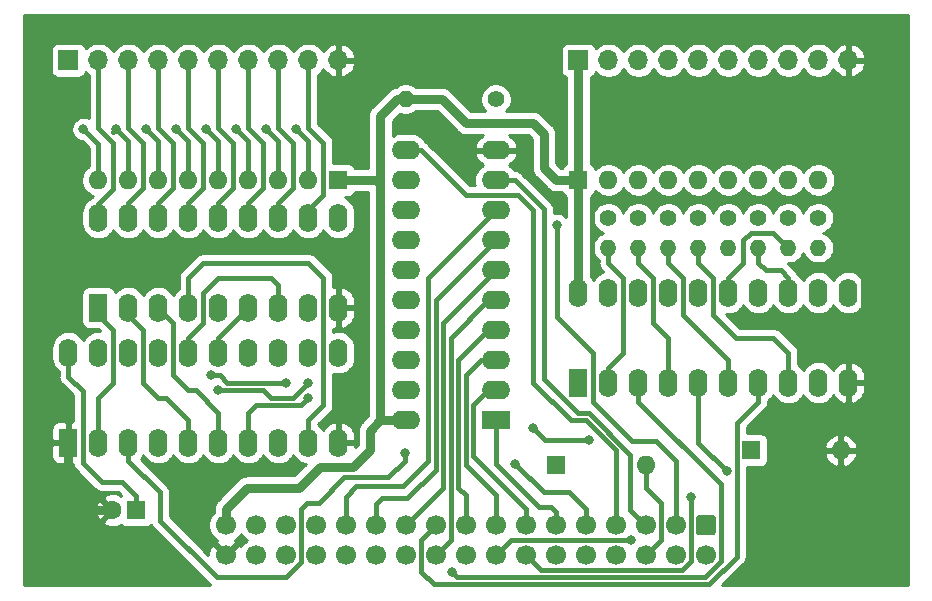
<source format=gbl>
%TF.GenerationSoftware,KiCad,Pcbnew,(5.1.12)-1*%
%TF.CreationDate,2022-03-19T10:44:28+01:00*%
%TF.ProjectId,8ESN,3845534e-2e6b-4696-9361-645f70636258,1.0*%
%TF.SameCoordinates,PX6d01460PY60e4b00*%
%TF.FileFunction,Copper,L2,Bot*%
%TF.FilePolarity,Positive*%
%FSLAX46Y46*%
G04 Gerber Fmt 4.6, Leading zero omitted, Abs format (unit mm)*
G04 Created by KiCad (PCBNEW (5.1.12)-1) date 2022-03-19 10:44:28*
%MOMM*%
%LPD*%
G01*
G04 APERTURE LIST*
%TA.AperFunction,ComponentPad*%
%ADD10C,1.700000*%
%TD*%
%TA.AperFunction,ComponentPad*%
%ADD11O,1.600000X1.600000*%
%TD*%
%TA.AperFunction,ComponentPad*%
%ADD12R,1.600000X1.600000*%
%TD*%
%TA.AperFunction,ComponentPad*%
%ADD13O,1.400000X1.400000*%
%TD*%
%TA.AperFunction,ComponentPad*%
%ADD14C,1.400000*%
%TD*%
%TA.AperFunction,ComponentPad*%
%ADD15O,1.700000X1.700000*%
%TD*%
%TA.AperFunction,ComponentPad*%
%ADD16R,1.700000X1.700000*%
%TD*%
%TA.AperFunction,ComponentPad*%
%ADD17O,2.400000X1.600000*%
%TD*%
%TA.AperFunction,ComponentPad*%
%ADD18R,2.400000X1.600000*%
%TD*%
%TA.AperFunction,ComponentPad*%
%ADD19O,1.600000X2.400000*%
%TD*%
%TA.AperFunction,ComponentPad*%
%ADD20R,1.600000X2.400000*%
%TD*%
%TA.AperFunction,ComponentPad*%
%ADD21C,1.600000*%
%TD*%
%TA.AperFunction,ViaPad*%
%ADD22C,0.800000*%
%TD*%
%TA.AperFunction,Conductor*%
%ADD23C,0.400000*%
%TD*%
%TA.AperFunction,Conductor*%
%ADD24C,0.800000*%
%TD*%
%TA.AperFunction,Conductor*%
%ADD25C,0.254000*%
%TD*%
%TA.AperFunction,Conductor*%
%ADD26C,0.100000*%
%TD*%
G04 APERTURE END LIST*
D10*
%TO.P,J1,34*%
%TO.N,GND*%
X17780000Y3175000D03*
%TO.P,J1,32*%
%TO.N,/A11*%
X20320000Y3175000D03*
%TO.P,J1,30*%
%TO.N,/A12*%
X22860000Y3175000D03*
%TO.P,J1,28*%
%TO.N,/A13*%
X25400000Y3175000D03*
%TO.P,J1,26*%
%TO.N,/A14*%
X27940000Y3175000D03*
%TO.P,J1,24*%
%TO.N,/A15*%
X30480000Y3175000D03*
%TO.P,J1,22*%
%TO.N,/D7*%
X33020000Y3175000D03*
%TO.P,J1,20*%
%TO.N,/A4*%
X35560000Y3175000D03*
%TO.P,J1,18*%
%TO.N,/D4*%
X38100000Y3175000D03*
%TO.P,J1,16*%
%TO.N,/D3*%
X40640000Y3175000D03*
%TO.P,J1,14*%
%TO.N,/D6*%
X43180000Y3175000D03*
%TO.P,J1,12*%
%TO.N,/D1*%
X45720000Y3175000D03*
%TO.P,J1,10*%
%TO.N,/D0*%
X48260000Y3175000D03*
%TO.P,J1,8*%
%TO.N,/~IRQ*%
X50800000Y3175000D03*
%TO.P,J1,6*%
%TO.N,/~IOCTRL*%
X53340000Y3175000D03*
%TO.P,J1,4*%
%TO.N,/~RESET*%
X55880000Y3175000D03*
%TO.P,J1,2*%
%TO.N,/~ROMDIS*%
X58420000Y3175000D03*
%TO.P,J1,33*%
%TO.N,VCC*%
X17780000Y5715000D03*
%TO.P,J1,31*%
%TO.N,/A10*%
X20320000Y5715000D03*
%TO.P,J1,29*%
%TO.N,/A9*%
X22860000Y5715000D03*
%TO.P,J1,27*%
%TO.N,/A8*%
X25400000Y5715000D03*
%TO.P,J1,25*%
%TO.N,/A7*%
X27940000Y5715000D03*
%TO.P,J1,23*%
%TO.N,/A6*%
X30480000Y5715000D03*
%TO.P,J1,21*%
%TO.N,/A5*%
X33020000Y5715000D03*
%TO.P,J1,19*%
%TO.N,/D5*%
X35560000Y5715000D03*
%TO.P,J1,17*%
%TO.N,/A2*%
X38100000Y5715000D03*
%TO.P,J1,15*%
%TO.N,/A1*%
X40640000Y5715000D03*
%TO.P,J1,13*%
%TO.N,/A0*%
X43180000Y5715000D03*
%TO.P,J1,11*%
%TO.N,/A3*%
X45720000Y5715000D03*
%TO.P,J1,9*%
%TO.N,/D2*%
X48260000Y5715000D03*
%TO.P,J1,7*%
%TO.N,/R_~W*%
X50800000Y5715000D03*
%TO.P,J1,5*%
%TO.N,/~IO*%
X53340000Y5715000D03*
%TO.P,J1,3*%
%TO.N,/PHI2*%
X55880000Y5715000D03*
%TO.P,J1,1*%
%TO.N,/~MAP*%
%TA.AperFunction,ComponentPad*%
G36*
G01*
X57820000Y6565000D02*
X59020000Y6565000D01*
G75*
G02*
X59270000Y6315000I0J-250000D01*
G01*
X59270000Y5115000D01*
G75*
G02*
X59020000Y4865000I-250000J0D01*
G01*
X57820000Y4865000D01*
G75*
G02*
X57570000Y5115000I0J250000D01*
G01*
X57570000Y6315000D01*
G75*
G02*
X57820000Y6565000I250000J0D01*
G01*
G37*
%TD.AperFunction*%
%TD*%
D11*
%TO.P,RN2,9*%
%TO.N,Net-(D2-Pad2)*%
X6985000Y34925000D03*
%TO.P,RN2,8*%
%TO.N,Net-(D3-Pad2)*%
X9525000Y34925000D03*
%TO.P,RN2,7*%
%TO.N,Net-(D4-Pad2)*%
X12065000Y34925000D03*
%TO.P,RN2,6*%
%TO.N,Net-(D5-Pad2)*%
X14605000Y34925000D03*
%TO.P,RN2,5*%
%TO.N,Net-(D6-Pad2)*%
X17145000Y34925000D03*
%TO.P,RN2,4*%
%TO.N,Net-(D7-Pad2)*%
X19685000Y34925000D03*
%TO.P,RN2,3*%
%TO.N,Net-(D8-Pad2)*%
X22225000Y34925000D03*
%TO.P,RN2,2*%
%TO.N,Net-(D9-Pad2)*%
X24765000Y34925000D03*
D12*
%TO.P,RN2,1*%
%TO.N,VCC*%
X27305000Y34925000D03*
%TD*%
D13*
%TO.P,R9,2*%
%TO.N,VCC*%
X33020000Y41783000D03*
D14*
%TO.P,R9,1*%
%TO.N,Net-(R9-Pad1)*%
X40640000Y41783000D03*
%TD*%
D11*
%TO.P,SW1,2*%
%TO.N,GND*%
X69850000Y12065000D03*
D12*
%TO.P,SW1,1*%
%TO.N,Net-(R9-Pad1)*%
X62230000Y12065000D03*
%TD*%
D15*
%TO.P,J2,10*%
%TO.N,GND*%
X70485000Y45085000D03*
%TO.P,J2,9*%
%TO.N,/IN7*%
X67945000Y45085000D03*
%TO.P,J2,8*%
%TO.N,/IN6*%
X65405000Y45085000D03*
%TO.P,J2,7*%
%TO.N,/IN5*%
X62865000Y45085000D03*
%TO.P,J2,6*%
%TO.N,/IN4*%
X60325000Y45085000D03*
%TO.P,J2,5*%
%TO.N,/IN3*%
X57785000Y45085000D03*
%TO.P,J2,4*%
%TO.N,/IN2*%
X55245000Y45085000D03*
%TO.P,J2,3*%
%TO.N,/IN1*%
X52705000Y45085000D03*
%TO.P,J2,2*%
%TO.N,/IN0*%
X50165000Y45085000D03*
D16*
%TO.P,J2,1*%
%TO.N,VCC*%
X47625000Y45085000D03*
%TD*%
D15*
%TO.P,J3,10*%
%TO.N,GND*%
X27305000Y45085000D03*
%TO.P,J3,9*%
%TO.N,Net-(D9-Pad1)*%
X24765000Y45085000D03*
%TO.P,J3,8*%
%TO.N,Net-(D8-Pad1)*%
X22225000Y45085000D03*
%TO.P,J3,7*%
%TO.N,Net-(D7-Pad1)*%
X19685000Y45085000D03*
%TO.P,J3,6*%
%TO.N,Net-(D6-Pad1)*%
X17145000Y45085000D03*
%TO.P,J3,5*%
%TO.N,Net-(D5-Pad1)*%
X14605000Y45085000D03*
%TO.P,J3,4*%
%TO.N,Net-(D4-Pad1)*%
X12065000Y45085000D03*
%TO.P,J3,3*%
%TO.N,Net-(D3-Pad1)*%
X9525000Y45085000D03*
%TO.P,J3,2*%
%TO.N,Net-(D2-Pad1)*%
X6985000Y45085000D03*
D16*
%TO.P,J3,1*%
%TO.N,Net-(J3-Pad1)*%
X4445000Y45085000D03*
%TD*%
D17*
%TO.P,U1,20*%
%TO.N,VCC*%
X33020000Y14605000D03*
%TO.P,U1,10*%
%TO.N,GND*%
X40640000Y37465000D03*
%TO.P,U1,19*%
%TO.N,Net-(D1-Pad1)*%
X33020000Y17145000D03*
%TO.P,U1,9*%
%TO.N,/~IO*%
X40640000Y34925000D03*
%TO.P,U1,18*%
%TO.N,Net-(U1-Pad18)*%
X33020000Y19685000D03*
%TO.P,U1,8*%
%TO.N,/A7*%
X40640000Y32385000D03*
%TO.P,U1,17*%
%TO.N,Net-(U1-Pad17)*%
X33020000Y22225000D03*
%TO.P,U1,7*%
%TO.N,/A6*%
X40640000Y29845000D03*
%TO.P,U1,16*%
%TO.N,Net-(U1-Pad16)*%
X33020000Y24765000D03*
%TO.P,U1,6*%
%TO.N,/A5*%
X40640000Y27305000D03*
%TO.P,U1,15*%
%TO.N,Net-(U1-Pad15)*%
X33020000Y27305000D03*
%TO.P,U1,5*%
%TO.N,/A4*%
X40640000Y24765000D03*
%TO.P,U1,14*%
%TO.N,Net-(U1-Pad14)*%
X33020000Y29845000D03*
%TO.P,U1,4*%
%TO.N,/A2*%
X40640000Y22225000D03*
%TO.P,U1,13*%
%TO.N,/PHI2*%
X33020000Y32385000D03*
%TO.P,U1,3*%
%TO.N,/A1*%
X40640000Y19685000D03*
%TO.P,U1,12*%
%TO.N,Net-(R9-Pad1)*%
X33020000Y34925000D03*
%TO.P,U1,2*%
%TO.N,/A0*%
X40640000Y17145000D03*
%TO.P,U1,11*%
%TO.N,/R_~W*%
X33020000Y37465000D03*
D18*
%TO.P,U1,1*%
%TO.N,/A3*%
X40640000Y14605000D03*
%TD*%
D13*
%TO.P,R8,2*%
%TO.N,Net-(R8-Pad2)*%
X67945000Y29210000D03*
D14*
%TO.P,R8,1*%
%TO.N,/IN7*%
X67945000Y31750000D03*
%TD*%
D13*
%TO.P,R7,2*%
%TO.N,Net-(R7-Pad2)*%
X65405000Y29210000D03*
D14*
%TO.P,R7,1*%
%TO.N,/IN6*%
X65405000Y31750000D03*
%TD*%
D13*
%TO.P,R6,2*%
%TO.N,Net-(R6-Pad2)*%
X62865000Y29210000D03*
D14*
%TO.P,R6,1*%
%TO.N,/IN5*%
X62865000Y31750000D03*
%TD*%
D13*
%TO.P,R5,2*%
%TO.N,Net-(R5-Pad2)*%
X60325000Y29210000D03*
D14*
%TO.P,R5,1*%
%TO.N,/IN4*%
X60325000Y31750000D03*
%TD*%
D13*
%TO.P,R4,2*%
%TO.N,Net-(R4-Pad2)*%
X57785000Y29210000D03*
D14*
%TO.P,R4,1*%
%TO.N,/IN3*%
X57785000Y31750000D03*
%TD*%
D13*
%TO.P,R3,2*%
%TO.N,Net-(R3-Pad2)*%
X55245000Y29210000D03*
D14*
%TO.P,R3,1*%
%TO.N,/IN2*%
X55245000Y31750000D03*
%TD*%
D13*
%TO.P,R2,2*%
%TO.N,Net-(R2-Pad2)*%
X52705000Y29210000D03*
D14*
%TO.P,R2,1*%
%TO.N,/IN1*%
X52705000Y31750000D03*
%TD*%
D13*
%TO.P,R1,2*%
%TO.N,Net-(R1-Pad2)*%
X50165000Y29210000D03*
D14*
%TO.P,R1,1*%
%TO.N,/IN0*%
X50165000Y31750000D03*
%TD*%
D19*
%TO.P,U6,18*%
%TO.N,Net-(D2-Pad1)*%
X6985000Y31750000D03*
%TO.P,U6,9*%
%TO.N,GND*%
X27305000Y24130000D03*
%TO.P,U6,17*%
%TO.N,Net-(D3-Pad1)*%
X9525000Y31750000D03*
%TO.P,U6,8*%
%TO.N,Net-(U4-Pad19)*%
X24765000Y24130000D03*
%TO.P,U6,16*%
%TO.N,Net-(D4-Pad1)*%
X12065000Y31750000D03*
%TO.P,U6,7*%
%TO.N,Net-(U4-Pad16)*%
X22225000Y24130000D03*
%TO.P,U6,15*%
%TO.N,Net-(D5-Pad1)*%
X14605000Y31750000D03*
%TO.P,U6,6*%
%TO.N,Net-(U4-Pad15)*%
X19685000Y24130000D03*
%TO.P,U6,14*%
%TO.N,Net-(D6-Pad1)*%
X17145000Y31750000D03*
%TO.P,U6,5*%
%TO.N,Net-(U4-Pad12)*%
X17145000Y24130000D03*
%TO.P,U6,13*%
%TO.N,Net-(D7-Pad1)*%
X19685000Y31750000D03*
%TO.P,U6,4*%
%TO.N,Net-(U4-Pad9)*%
X14605000Y24130000D03*
%TO.P,U6,12*%
%TO.N,Net-(D8-Pad1)*%
X22225000Y31750000D03*
%TO.P,U6,3*%
%TO.N,Net-(U4-Pad6)*%
X12065000Y24130000D03*
%TO.P,U6,11*%
%TO.N,Net-(D9-Pad1)*%
X24765000Y31750000D03*
%TO.P,U6,2*%
%TO.N,Net-(U4-Pad5)*%
X9525000Y24130000D03*
%TO.P,U6,10*%
%TO.N,Net-(J3-Pad1)*%
X27305000Y31750000D03*
D20*
%TO.P,U6,1*%
%TO.N,Net-(U4-Pad2)*%
X6985000Y24130000D03*
%TD*%
D19*
%TO.P,U5,20*%
%TO.N,VCC*%
X47625000Y25400000D03*
%TO.P,U5,10*%
%TO.N,GND*%
X70485000Y17780000D03*
%TO.P,U5,19*%
%TO.N,Net-(U1-Pad17)*%
X50165000Y25400000D03*
%TO.P,U5,9*%
%TO.N,/D4*%
X67945000Y17780000D03*
%TO.P,U5,18*%
%TO.N,/D0*%
X52705000Y25400000D03*
%TO.P,U5,8*%
%TO.N,Net-(R4-Pad2)*%
X65405000Y17780000D03*
%TO.P,U5,17*%
%TO.N,Net-(R8-Pad2)*%
X55245000Y25400000D03*
%TO.P,U5,7*%
%TO.N,/D5*%
X62865000Y17780000D03*
%TO.P,U5,16*%
%TO.N,/D1*%
X57785000Y25400000D03*
%TO.P,U5,6*%
%TO.N,Net-(R3-Pad2)*%
X60325000Y17780000D03*
%TO.P,U5,15*%
%TO.N,Net-(R7-Pad2)*%
X60325000Y25400000D03*
%TO.P,U5,5*%
%TO.N,/D6*%
X57785000Y17780000D03*
%TO.P,U5,14*%
%TO.N,/D2*%
X62865000Y25400000D03*
%TO.P,U5,4*%
%TO.N,Net-(R2-Pad2)*%
X55245000Y17780000D03*
%TO.P,U5,13*%
%TO.N,Net-(R6-Pad2)*%
X65405000Y25400000D03*
%TO.P,U5,3*%
%TO.N,/D7*%
X52705000Y17780000D03*
%TO.P,U5,12*%
%TO.N,/D3*%
X67945000Y25400000D03*
%TO.P,U5,2*%
%TO.N,Net-(R1-Pad2)*%
X50165000Y17780000D03*
%TO.P,U5,11*%
%TO.N,Net-(R5-Pad2)*%
X70485000Y25400000D03*
D20*
%TO.P,U5,1*%
%TO.N,Net-(U1-Pad17)*%
X47625000Y17780000D03*
%TD*%
D19*
%TO.P,U4,20*%
%TO.N,VCC*%
X4445000Y20320000D03*
%TO.P,U4,10*%
%TO.N,GND*%
X27305000Y12700000D03*
%TO.P,U4,19*%
%TO.N,Net-(U4-Pad19)*%
X6985000Y20320000D03*
%TO.P,U4,9*%
%TO.N,Net-(U4-Pad9)*%
X24765000Y12700000D03*
%TO.P,U4,18*%
%TO.N,/D7*%
X9525000Y20320000D03*
%TO.P,U4,8*%
%TO.N,/D3*%
X22225000Y12700000D03*
%TO.P,U4,17*%
%TO.N,/D6*%
X12065000Y20320000D03*
%TO.P,U4,7*%
%TO.N,/D2*%
X19685000Y12700000D03*
%TO.P,U4,16*%
%TO.N,Net-(U4-Pad16)*%
X14605000Y20320000D03*
%TO.P,U4,6*%
%TO.N,Net-(U4-Pad6)*%
X17145000Y12700000D03*
%TO.P,U4,15*%
%TO.N,Net-(U4-Pad15)*%
X17145000Y20320000D03*
%TO.P,U4,5*%
%TO.N,Net-(U4-Pad5)*%
X14605000Y12700000D03*
%TO.P,U4,14*%
%TO.N,/D5*%
X19685000Y20320000D03*
%TO.P,U4,4*%
%TO.N,/D1*%
X12065000Y12700000D03*
%TO.P,U4,13*%
%TO.N,/D4*%
X22225000Y20320000D03*
%TO.P,U4,3*%
%TO.N,/D0*%
X9525000Y12700000D03*
%TO.P,U4,12*%
%TO.N,Net-(U4-Pad12)*%
X24765000Y20320000D03*
%TO.P,U4,2*%
%TO.N,Net-(U4-Pad2)*%
X6985000Y12700000D03*
%TO.P,U4,11*%
%TO.N,Net-(U1-Pad18)*%
X27305000Y20320000D03*
D20*
%TO.P,U4,1*%
%TO.N,GND*%
X4445000Y12700000D03*
%TD*%
D11*
%TO.P,RN1,9*%
%TO.N,Net-(D17-Pad2)*%
X67945000Y34925000D03*
%TO.P,RN1,8*%
%TO.N,Net-(D16-Pad2)*%
X65405000Y34925000D03*
%TO.P,RN1,7*%
%TO.N,Net-(D15-Pad2)*%
X62865000Y34925000D03*
%TO.P,RN1,6*%
%TO.N,Net-(D14-Pad2)*%
X60325000Y34925000D03*
%TO.P,RN1,5*%
%TO.N,Net-(D13-Pad2)*%
X57785000Y34925000D03*
%TO.P,RN1,4*%
%TO.N,Net-(D12-Pad2)*%
X55245000Y34925000D03*
%TO.P,RN1,3*%
%TO.N,Net-(D11-Pad2)*%
X52705000Y34925000D03*
%TO.P,RN1,2*%
%TO.N,Net-(D10-Pad2)*%
X50165000Y34925000D03*
D12*
%TO.P,RN1,1*%
%TO.N,VCC*%
X47625000Y34925000D03*
%TD*%
D11*
%TO.P,D1,2*%
%TO.N,/~IOCTRL*%
X53340000Y10795000D03*
D12*
%TO.P,D1,1*%
%TO.N,Net-(D1-Pad1)*%
X45720000Y10795000D03*
%TD*%
D21*
%TO.P,C1,2*%
%TO.N,GND*%
X8160000Y6985000D03*
D12*
%TO.P,C1,1*%
%TO.N,VCC*%
X10160000Y6985000D03*
%TD*%
D22*
%TO.N,/D0*%
X32902500Y11801500D03*
%TO.N,/D1*%
X17145000Y17145000D03*
X24765000Y17780000D03*
X43815000Y13970000D03*
X48514000Y12954000D03*
%TO.N,/D2*%
X24765000Y16510000D03*
X42291000Y10922000D03*
%TO.N,/D3*%
X52070000Y4445000D03*
%TO.N,/D6*%
X16510000Y18415000D03*
X57149500Y8128500D03*
X60198000Y10287000D03*
X22860000Y17780000D03*
%TO.N,/D7*%
X36890900Y1770700D03*
%TO.N,/PHI2*%
X45847000Y31115000D03*
%TO.N,Net-(D9-Pad2)*%
X23749000Y39243000D03*
%TO.N,Net-(D5-Pad2)*%
X13589000Y39243000D03*
%TO.N,Net-(D8-Pad2)*%
X21209000Y39243000D03*
%TO.N,Net-(D4-Pad2)*%
X11049000Y39243000D03*
%TO.N,Net-(D7-Pad2)*%
X18669000Y39243000D03*
%TO.N,Net-(D3-Pad2)*%
X8509000Y39243000D03*
%TO.N,Net-(D6-Pad2)*%
X16129000Y39243000D03*
%TO.N,Net-(D2-Pad2)*%
X5715000Y39243000D03*
%TD*%
D23*
%TO.N,GND*%
X70485000Y17780000D02*
X70485000Y19380300D01*
X70485000Y45085000D02*
X70485000Y43834700D01*
X70485000Y43834700D02*
X71688700Y42631000D01*
X71688700Y42631000D02*
X71688700Y20584000D01*
X71688700Y20584000D02*
X70485000Y19380300D01*
X69850000Y12065000D02*
X69850000Y13265300D01*
X70485000Y17780000D02*
X70485000Y13900300D01*
X70485000Y13900300D02*
X69850000Y13265300D01*
D24*
X4445000Y12700000D02*
X4445000Y9017000D01*
X6477000Y6985000D02*
X8160000Y6985000D01*
X4445000Y9017000D02*
X6477000Y6985000D01*
%TO.N,VCC*%
X33020000Y14605000D02*
X30861000Y14605000D01*
X33020000Y41783000D02*
X36068000Y41783000D01*
X36068000Y41783000D02*
X38100000Y39751000D01*
X38100000Y39751000D02*
X43815000Y39751000D01*
X43815000Y39751000D02*
X44704000Y38862000D01*
X44704000Y38862000D02*
X44704000Y35941000D01*
X45720000Y34925000D02*
X47625000Y34925000D01*
X44704000Y35941000D02*
X45720000Y34925000D01*
X47625000Y34925000D02*
X47625000Y25400000D01*
X47625000Y45085000D02*
X47625000Y34925000D01*
X32258000Y41783000D02*
X33020000Y41783000D01*
X30861000Y40386000D02*
X32258000Y41783000D01*
X17780000Y7112000D02*
X17780000Y5715000D01*
X19558000Y8890000D02*
X17780000Y7112000D01*
X24003000Y8890000D02*
X19558000Y8890000D01*
X25781000Y10668000D02*
X24003000Y8890000D01*
X28575000Y10668000D02*
X25781000Y10668000D01*
X29972000Y12065000D02*
X28575000Y10668000D01*
X29972000Y13716000D02*
X29972000Y12065000D01*
X30861000Y14605000D02*
X29972000Y13716000D01*
D23*
X10160000Y8185300D02*
X10160000Y6985000D01*
X8982150Y9363150D02*
X10160000Y8185300D01*
X7273850Y9363150D02*
X8982150Y9363150D01*
X5645400Y10991600D02*
X7273850Y9363150D01*
X4445000Y18288000D02*
X5645400Y17087600D01*
X4445000Y20320000D02*
X4445000Y18288000D01*
X5645400Y17087600D02*
X5645400Y10991600D01*
D24*
X27305000Y34925000D02*
X30480000Y34925000D01*
X30861000Y34544000D02*
X30861000Y40386000D01*
X30480000Y34925000D02*
X30861000Y34544000D01*
X30861000Y14605000D02*
X30861000Y34544000D01*
D23*
%TO.N,/D0*%
X9525000Y11176000D02*
X9525000Y12700000D01*
X12192000Y8509000D02*
X9525000Y11176000D01*
X12192000Y6111200D02*
X12192000Y8509000D01*
X17010500Y1292700D02*
X12192000Y6111200D01*
X22827600Y1292700D02*
X17010500Y1292700D01*
X24130000Y2595100D02*
X22827600Y1292700D01*
X24130000Y7112000D02*
X24130000Y2595100D01*
X24638000Y7620000D02*
X24130000Y7112000D01*
X27813000Y9779000D02*
X25654000Y7620000D01*
X31496000Y9779000D02*
X27813000Y9779000D01*
X32902500Y11185500D02*
X31496000Y9779000D01*
X25654000Y7620000D02*
X24638000Y7620000D01*
X32902500Y11801500D02*
X32902500Y11185500D01*
%TO.N,/D1*%
X17145000Y17145000D02*
X20955000Y17145000D01*
X20955000Y17145000D02*
X21590000Y16510000D01*
X21590000Y16510000D02*
X23495000Y16510000D01*
X23495000Y16510000D02*
X24765000Y17780000D01*
X44831000Y12954000D02*
X43815000Y13970000D01*
X48514000Y12954000D02*
X44831000Y12954000D01*
%TO.N,/D2*%
X19685000Y15240000D02*
X19685000Y12700000D01*
X20320000Y15875000D02*
X19685000Y15240000D01*
X24130000Y15875000D02*
X20320000Y15875000D01*
X24765000Y16510000D02*
X24130000Y15875000D01*
X42291000Y10922000D02*
X42418000Y10922000D01*
X48260000Y7112000D02*
X48260000Y5715000D01*
X46863000Y8509000D02*
X48260000Y7112000D01*
X44704000Y8509000D02*
X46863000Y8509000D01*
X42291000Y10922000D02*
X44704000Y8509000D01*
%TO.N,/D3*%
X41890400Y4425400D02*
X40640000Y3175000D01*
X52050400Y4425400D02*
X41890400Y4425400D01*
X52070000Y4445000D02*
X52050400Y4425400D01*
%TO.N,/D5*%
X62865000Y16179700D02*
X62865000Y17780000D01*
X61029600Y3051300D02*
X61029600Y14344300D01*
X58687500Y709200D02*
X61029600Y3051300D01*
X61029600Y14344300D02*
X62865000Y16179700D01*
X35358800Y709200D02*
X58687500Y709200D01*
X34290000Y4445000D02*
X34290000Y1778000D01*
X34290000Y1778000D02*
X35358800Y709200D01*
X35560000Y5715000D02*
X34290000Y4445000D01*
%TO.N,/D6*%
X43180000Y3175000D02*
X44439200Y1915800D01*
X44439200Y1915800D02*
X56399400Y1915800D01*
X56399400Y1915800D02*
X57149500Y2665900D01*
X57149500Y2665900D02*
X57149500Y8128500D01*
X57785000Y12700000D02*
X57785000Y17780000D01*
X60198000Y10287000D02*
X57785000Y12700000D01*
X17272000Y18415000D02*
X16510000Y18415000D01*
X17907000Y17780000D02*
X17272000Y18415000D01*
X22860000Y17780000D02*
X17907000Y17780000D01*
%TO.N,/D7*%
X52705000Y17780000D02*
X52705000Y16179700D01*
X52705000Y16179700D02*
X59718800Y9165900D01*
X59718800Y9165900D02*
X59718800Y2677000D01*
X59718800Y2677000D02*
X58353700Y1311900D01*
X58353700Y1311900D02*
X37349700Y1311900D01*
X37349700Y1311900D02*
X36890900Y1770700D01*
%TO.N,/A0*%
X43180000Y7112000D02*
X43180000Y5715000D01*
X38735000Y11557000D02*
X43180000Y7112000D01*
X38735000Y15875000D02*
X38735000Y11557000D01*
X40005000Y17145000D02*
X38735000Y15875000D01*
X40640000Y17145000D02*
X40005000Y17145000D01*
%TO.N,/A1*%
X40640000Y5715000D02*
X40640000Y8255000D01*
X40640000Y8255000D02*
X38100000Y10795000D01*
X38100000Y10795000D02*
X38100000Y18415000D01*
X38100000Y18415000D02*
X39370000Y19685000D01*
X39370000Y19685000D02*
X40640000Y19685000D01*
%TO.N,/A2*%
X40640000Y22225000D02*
X40005000Y22225000D01*
X40005000Y22225000D02*
X37465000Y19685000D01*
X37465000Y19685000D02*
X37465000Y8890000D01*
X37465000Y8890000D02*
X38100000Y8255000D01*
X38100000Y8255000D02*
X38100000Y5715000D01*
%TO.N,/A3*%
X45720000Y6858000D02*
X45720000Y5715000D01*
X45339000Y7239000D02*
X45720000Y6858000D01*
X44323000Y7239000D02*
X45339000Y7239000D01*
X40640000Y10922000D02*
X44323000Y7239000D01*
X40640000Y14605000D02*
X40640000Y10922000D01*
%TO.N,/A4*%
X40640000Y24765000D02*
X40005000Y24765000D01*
X40005000Y24765000D02*
X36830000Y21590000D01*
X36830000Y21590000D02*
X36830000Y4445000D01*
X36830000Y4445000D02*
X35560000Y3175000D01*
%TO.N,/A5*%
X40640000Y27305000D02*
X36195000Y22860000D01*
X36195000Y22860000D02*
X36195000Y8890000D01*
X36195000Y8890000D02*
X33020000Y5715000D01*
%TO.N,/A6*%
X30480000Y7493000D02*
X30480000Y5715000D01*
X30988000Y8001000D02*
X30480000Y7493000D01*
X33147000Y8001000D02*
X30988000Y8001000D01*
X35560000Y10414000D02*
X33147000Y8001000D01*
X35560000Y24765000D02*
X35560000Y10414000D01*
X40640000Y29845000D02*
X35560000Y24765000D01*
%TO.N,/A7*%
X27940000Y8128000D02*
X27940000Y5715000D01*
X28829000Y9017000D02*
X27940000Y8128000D01*
X32766000Y9017000D02*
X28829000Y9017000D01*
X34925000Y11176000D02*
X32766000Y9017000D01*
X34925000Y26670000D02*
X34925000Y11176000D01*
X40640000Y32385000D02*
X34925000Y26670000D01*
%TO.N,/~IOCTRL*%
X53340000Y10795000D02*
X53340000Y8890000D01*
X53340000Y8890000D02*
X54610000Y7620000D01*
X54610000Y7620000D02*
X54610000Y4445000D01*
X54610000Y4445000D02*
X53340000Y3175000D01*
%TO.N,/R_~W*%
X34290000Y37465000D02*
X33020000Y37465000D01*
X38100000Y33655000D02*
X34290000Y37465000D01*
X42545000Y33655000D02*
X38100000Y33655000D01*
X43815000Y32385000D02*
X42545000Y33655000D01*
X43815000Y17780000D02*
X43815000Y32385000D01*
X46990000Y14605000D02*
X43815000Y17780000D01*
X48260000Y14605000D02*
X46990000Y14605000D01*
X50800000Y12065000D02*
X48260000Y14605000D01*
X50800000Y5715000D02*
X50800000Y12065000D01*
%TO.N,/~IO*%
X40640000Y34925000D02*
X42240300Y34925000D01*
X53340000Y5715000D02*
X52033600Y7021400D01*
X52033600Y7021400D02*
X52033600Y11685700D01*
X52033600Y11685700D02*
X48513900Y15205400D01*
X48513900Y15205400D02*
X47599800Y15205400D01*
X47599800Y15205400D02*
X44705900Y18099300D01*
X44705900Y18099300D02*
X44705900Y32459400D01*
X44705900Y32459400D02*
X42240300Y34925000D01*
%TO.N,/PHI2*%
X45847000Y31115000D02*
X45847000Y23368000D01*
X45847000Y23368000D02*
X48895000Y20320000D01*
X48895000Y20320000D02*
X48895000Y16129000D01*
X48895000Y16129000D02*
X52197000Y12827000D01*
X52197000Y12827000D02*
X54229000Y12827000D01*
X55880000Y11176000D02*
X55880000Y5715000D01*
X54229000Y12827000D02*
X55880000Y11176000D01*
%TO.N,Net-(R1-Pad2)*%
X50165000Y19050000D02*
X50165000Y17780000D01*
X51435000Y20320000D02*
X50165000Y19050000D01*
X51435000Y26670000D02*
X51435000Y20320000D01*
X50165000Y27940000D02*
X51435000Y26670000D01*
X50165000Y29210000D02*
X50165000Y27940000D01*
%TO.N,Net-(R2-Pad2)*%
X52705000Y28702000D02*
X52705000Y27940000D01*
X52705000Y29210000D02*
X52705000Y28702000D01*
X52705000Y27940000D02*
X53975000Y26670000D01*
X53975000Y26670000D02*
X53975000Y22860000D01*
X53975000Y22860000D02*
X55245000Y21590000D01*
X55245000Y21590000D02*
X55245000Y17780000D01*
%TO.N,Net-(R3-Pad2)*%
X55245000Y29210000D02*
X55245000Y27940000D01*
X55245000Y27940000D02*
X56515000Y26670000D01*
X56515000Y26670000D02*
X56515000Y23495000D01*
X56515000Y23495000D02*
X60325000Y19685000D01*
X60325000Y19685000D02*
X60325000Y17780000D01*
%TO.N,Net-(R4-Pad2)*%
X57785000Y29210000D02*
X57785000Y27940000D01*
X57785000Y27940000D02*
X59055000Y26670000D01*
X59055000Y26670000D02*
X59055000Y23495000D01*
X59055000Y23495000D02*
X60960000Y21590000D01*
X60960000Y21590000D02*
X64135000Y21590000D01*
X64135000Y21590000D02*
X65405000Y20320000D01*
X65405000Y20320000D02*
X65405000Y17780000D01*
%TO.N,Net-(R6-Pad2)*%
X62865000Y29210000D02*
X62865000Y27940000D01*
X62865000Y27940000D02*
X63500000Y27305000D01*
X63500000Y27305000D02*
X64770000Y27305000D01*
X64770000Y27305000D02*
X65405000Y26670000D01*
X65405000Y26670000D02*
X65405000Y25400000D01*
%TO.N,Net-(R7-Pad2)*%
X65405000Y29210000D02*
X64135000Y30480000D01*
X64135000Y30480000D02*
X62230000Y30480000D01*
X62230000Y30480000D02*
X61595000Y29845000D01*
X61595000Y29845000D02*
X61595000Y27940000D01*
X61595000Y27940000D02*
X60325000Y26670000D01*
X60325000Y26670000D02*
X60325000Y25400000D01*
%TO.N,Net-(D9-Pad2)*%
X24765000Y38227000D02*
X23749000Y39243000D01*
X24765000Y34925000D02*
X24765000Y38227000D01*
%TO.N,Net-(D5-Pad2)*%
X14605000Y38227000D02*
X13589000Y39243000D01*
X14605000Y34925000D02*
X14605000Y38227000D01*
%TO.N,Net-(D8-Pad2)*%
X22225000Y38227000D02*
X22225000Y34925000D01*
X21209000Y39243000D02*
X22225000Y38227000D01*
%TO.N,Net-(D4-Pad2)*%
X11049000Y39243000D02*
X11049000Y39116000D01*
X12065000Y38227000D02*
X11049000Y39243000D01*
X12065000Y34925000D02*
X12065000Y38227000D01*
%TO.N,Net-(D7-Pad2)*%
X19685000Y38227000D02*
X18669000Y39243000D01*
X19685000Y34925000D02*
X19685000Y38227000D01*
%TO.N,Net-(D3-Pad2)*%
X8509000Y39243000D02*
X8255000Y38989000D01*
X9525000Y38227000D02*
X8509000Y39243000D01*
X9525000Y34925000D02*
X9525000Y38227000D01*
%TO.N,Net-(D6-Pad2)*%
X17145000Y38227000D02*
X17145000Y34925000D01*
X16129000Y39243000D02*
X17145000Y38227000D01*
%TO.N,Net-(D2-Pad2)*%
X6985000Y37973000D02*
X5715000Y39243000D01*
X6985000Y34925000D02*
X6985000Y37973000D01*
%TO.N,Net-(D9-Pad1)*%
X24765000Y31750000D02*
X24765000Y32385000D01*
X24765000Y32385000D02*
X26035000Y33655000D01*
X26035000Y33655000D02*
X26035000Y38100000D01*
X24765000Y39370000D02*
X24765000Y45085000D01*
X26035000Y38100000D02*
X24765000Y39370000D01*
%TO.N,Net-(D8-Pad1)*%
X22225000Y45085000D02*
X22225000Y39370000D01*
X22225000Y39370000D02*
X23495000Y38100000D01*
X23495000Y38100000D02*
X23495000Y34290000D01*
X22225000Y33020000D02*
X22225000Y31750000D01*
X23495000Y34290000D02*
X22225000Y33020000D01*
%TO.N,Net-(D7-Pad1)*%
X19685000Y45085000D02*
X19685000Y39370000D01*
X19685000Y39370000D02*
X20955000Y38100000D01*
X20955000Y38100000D02*
X20955000Y34290000D01*
X19685000Y33020000D02*
X19685000Y31750000D01*
X20955000Y34290000D02*
X19685000Y33020000D01*
%TO.N,Net-(D6-Pad1)*%
X17145000Y31750000D02*
X17145000Y33020000D01*
X17145000Y33020000D02*
X18415000Y34290000D01*
X18415000Y34290000D02*
X18415000Y38100000D01*
X17145000Y39370000D02*
X17145000Y45085000D01*
X18415000Y38100000D02*
X17145000Y39370000D01*
%TO.N,Net-(D5-Pad1)*%
X14605000Y45085000D02*
X14605000Y39370000D01*
X14605000Y39370000D02*
X15875000Y38100000D01*
X15875000Y38100000D02*
X15875000Y34290000D01*
X14605000Y33020000D02*
X14605000Y31750000D01*
X15875000Y34290000D02*
X14605000Y33020000D01*
%TO.N,Net-(D4-Pad1)*%
X12065000Y45085000D02*
X12065000Y39370000D01*
X12065000Y39370000D02*
X13335000Y38100000D01*
X13335000Y38100000D02*
X13335000Y34290000D01*
X12065000Y33020000D02*
X12065000Y31750000D01*
X13335000Y34290000D02*
X12065000Y33020000D01*
%TO.N,Net-(D3-Pad1)*%
X9525000Y39370000D02*
X10795000Y38100000D01*
X9525000Y45085000D02*
X9525000Y39370000D01*
X9525000Y33020000D02*
X10795000Y34290000D01*
X9525000Y31750000D02*
X9525000Y33020000D01*
X10795000Y38100000D02*
X10795000Y34290000D01*
%TO.N,Net-(D2-Pad1)*%
X6985000Y31750000D02*
X6985000Y32893000D01*
X6985000Y32893000D02*
X8255000Y34163000D01*
X8255000Y38100000D02*
X6985000Y39370000D01*
X8255000Y34163000D02*
X8255000Y38100000D01*
X6985000Y45085000D02*
X6985000Y39370000D01*
%TO.N,Net-(U4-Pad9)*%
X24765000Y14605000D02*
X24765000Y12700000D01*
X26035000Y15875000D02*
X24765000Y14605000D01*
X26035000Y26670000D02*
X26035000Y15875000D01*
X24765000Y27940000D02*
X26035000Y26670000D01*
X15875000Y27940000D02*
X24765000Y27940000D01*
X14605000Y26670000D02*
X15875000Y27940000D01*
X14605000Y24130000D02*
X14605000Y26670000D01*
%TO.N,Net-(U4-Pad16)*%
X14605000Y20320000D02*
X14605000Y21590000D01*
X14605000Y21590000D02*
X15875000Y22860000D01*
X15875000Y22860000D02*
X15875000Y25400000D01*
X15875000Y25400000D02*
X17145000Y26670000D01*
X17145000Y26670000D02*
X21590000Y26670000D01*
X22225000Y26035000D02*
X22225000Y24130000D01*
X21590000Y26670000D02*
X22225000Y26035000D01*
%TO.N,Net-(U4-Pad6)*%
X17145000Y12700000D02*
X17145000Y15240000D01*
X17145000Y15240000D02*
X15240000Y17145000D01*
X15240000Y17145000D02*
X14605000Y17145000D01*
X14605000Y17145000D02*
X13335000Y18415000D01*
X13335000Y22860000D02*
X12065000Y24130000D01*
X13335000Y18415000D02*
X13335000Y22860000D01*
%TO.N,Net-(U4-Pad15)*%
X17145000Y21590000D02*
X19685000Y24130000D01*
X17145000Y20320000D02*
X17145000Y21590000D01*
%TO.N,Net-(U4-Pad5)*%
X9525000Y24130000D02*
X9525000Y23495000D01*
X9525000Y23495000D02*
X10795000Y22225000D01*
X10795000Y22225000D02*
X10795000Y17780000D01*
X10795000Y17780000D02*
X12065000Y16510000D01*
X12065000Y16510000D02*
X12700000Y16510000D01*
X14605000Y14605000D02*
X14605000Y12700000D01*
X12700000Y16510000D02*
X14605000Y14605000D01*
%TO.N,Net-(U4-Pad2)*%
X6985000Y24130000D02*
X6985000Y23495000D01*
X6985000Y23495000D02*
X8255000Y22225000D01*
X8255000Y22225000D02*
X8255000Y17780000D01*
X6985000Y16510000D02*
X6985000Y12700000D01*
X8255000Y17780000D02*
X6985000Y16510000D01*
%TD*%
D25*
%TO.N,GND*%
X75540000Y660000D02*
X59819167Y660000D01*
X61591033Y2431864D01*
X61622891Y2458009D01*
X61659168Y2502212D01*
X61727236Y2585154D01*
X61804772Y2730213D01*
X61852518Y2887612D01*
X61868640Y3051300D01*
X61864600Y3092318D01*
X61864600Y10626928D01*
X63030000Y10626928D01*
X63154482Y10639188D01*
X63274180Y10675498D01*
X63384494Y10734463D01*
X63481185Y10813815D01*
X63560537Y10910506D01*
X63619502Y11020820D01*
X63655812Y11140518D01*
X63668072Y11265000D01*
X63668072Y11715961D01*
X68458096Y11715961D01*
X68498754Y11581913D01*
X68618963Y11327580D01*
X68786481Y11101586D01*
X68994869Y10912615D01*
X69236119Y10767930D01*
X69500960Y10673091D01*
X69723000Y10794376D01*
X69723000Y11938000D01*
X69977000Y11938000D01*
X69977000Y10794376D01*
X70199040Y10673091D01*
X70463881Y10767930D01*
X70705131Y10912615D01*
X70913519Y11101586D01*
X71081037Y11327580D01*
X71201246Y11581913D01*
X71241904Y11715961D01*
X71119915Y11938000D01*
X69977000Y11938000D01*
X69723000Y11938000D01*
X68580085Y11938000D01*
X68458096Y11715961D01*
X63668072Y11715961D01*
X63668072Y12414039D01*
X68458096Y12414039D01*
X68580085Y12192000D01*
X69723000Y12192000D01*
X69723000Y13335624D01*
X69977000Y13335624D01*
X69977000Y12192000D01*
X71119915Y12192000D01*
X71241904Y12414039D01*
X71201246Y12548087D01*
X71081037Y12802420D01*
X70913519Y13028414D01*
X70705131Y13217385D01*
X70463881Y13362070D01*
X70199040Y13456909D01*
X69977000Y13335624D01*
X69723000Y13335624D01*
X69500960Y13456909D01*
X69236119Y13362070D01*
X68994869Y13217385D01*
X68786481Y13028414D01*
X68618963Y12802420D01*
X68498754Y12548087D01*
X68458096Y12414039D01*
X63668072Y12414039D01*
X63668072Y12865000D01*
X63655812Y12989482D01*
X63619502Y13109180D01*
X63560537Y13219494D01*
X63481185Y13316185D01*
X63384494Y13395537D01*
X63274180Y13454502D01*
X63154482Y13490812D01*
X63030000Y13503072D01*
X61864600Y13503072D01*
X61864600Y13998433D01*
X63426433Y15560264D01*
X63458291Y15586409D01*
X63484440Y15618271D01*
X63510251Y15649723D01*
X63562636Y15713554D01*
X63640172Y15858613D01*
X63687918Y16016011D01*
X63700000Y16138681D01*
X63700000Y16138682D01*
X63704040Y16179700D01*
X63701078Y16209773D01*
X63884608Y16360392D01*
X64063932Y16578899D01*
X64135000Y16711858D01*
X64206068Y16578899D01*
X64385393Y16360392D01*
X64603900Y16181068D01*
X64853193Y16047818D01*
X65123692Y15965764D01*
X65405000Y15938057D01*
X65686309Y15965764D01*
X65956808Y16047818D01*
X66206101Y16181068D01*
X66424608Y16360392D01*
X66603932Y16578899D01*
X66675000Y16711858D01*
X66746068Y16578899D01*
X66925393Y16360392D01*
X67143900Y16181068D01*
X67393193Y16047818D01*
X67663692Y15965764D01*
X67945000Y15938057D01*
X68226309Y15965764D01*
X68496808Y16047818D01*
X68746101Y16181068D01*
X68964608Y16360392D01*
X69143932Y16578899D01*
X69212265Y16706741D01*
X69362399Y16477161D01*
X69560105Y16275500D01*
X69793354Y16116285D01*
X70053182Y16005633D01*
X70135961Y15988096D01*
X70358000Y16110085D01*
X70358000Y17653000D01*
X70612000Y17653000D01*
X70612000Y16110085D01*
X70834039Y15988096D01*
X70916818Y16005633D01*
X71176646Y16116285D01*
X71409895Y16275500D01*
X71607601Y16477161D01*
X71762166Y16713517D01*
X71867650Y16975486D01*
X71920000Y17253000D01*
X71920000Y17653000D01*
X70612000Y17653000D01*
X70358000Y17653000D01*
X70338000Y17653000D01*
X70338000Y17907000D01*
X70358000Y17907000D01*
X70358000Y19449915D01*
X70612000Y19449915D01*
X70612000Y17907000D01*
X71920000Y17907000D01*
X71920000Y18307000D01*
X71867650Y18584514D01*
X71762166Y18846483D01*
X71607601Y19082839D01*
X71409895Y19284500D01*
X71176646Y19443715D01*
X70916818Y19554367D01*
X70834039Y19571904D01*
X70612000Y19449915D01*
X70358000Y19449915D01*
X70135961Y19571904D01*
X70053182Y19554367D01*
X69793354Y19443715D01*
X69560105Y19284500D01*
X69362399Y19082839D01*
X69212265Y18853259D01*
X69143932Y18981101D01*
X68964607Y19199608D01*
X68746100Y19378932D01*
X68496807Y19512182D01*
X68226308Y19594236D01*
X67945000Y19621943D01*
X67663691Y19594236D01*
X67393192Y19512182D01*
X67143899Y19378932D01*
X66925392Y19199607D01*
X66746068Y18981100D01*
X66675000Y18848142D01*
X66603932Y18981101D01*
X66424607Y19199608D01*
X66240000Y19351111D01*
X66240000Y20278985D01*
X66244040Y20320001D01*
X66237871Y20382636D01*
X66227918Y20483689D01*
X66180172Y20641087D01*
X66102636Y20786146D01*
X65998291Y20913291D01*
X65966428Y20939440D01*
X64754446Y22151421D01*
X64728291Y22183291D01*
X64601146Y22287636D01*
X64456087Y22365172D01*
X64298689Y22412918D01*
X64176019Y22425000D01*
X64176018Y22425000D01*
X64135000Y22429040D01*
X64093982Y22425000D01*
X61305869Y22425000D01*
X60156183Y23574684D01*
X60325000Y23558057D01*
X60606309Y23585764D01*
X60876808Y23667818D01*
X61126101Y23801068D01*
X61344608Y23980392D01*
X61523932Y24198899D01*
X61595000Y24331858D01*
X61666068Y24198899D01*
X61845393Y23980392D01*
X62063900Y23801068D01*
X62313193Y23667818D01*
X62583692Y23585764D01*
X62865000Y23558057D01*
X63146309Y23585764D01*
X63416808Y23667818D01*
X63666101Y23801068D01*
X63884608Y23980392D01*
X64063932Y24198899D01*
X64135000Y24331858D01*
X64206068Y24198899D01*
X64385393Y23980392D01*
X64603900Y23801068D01*
X64853193Y23667818D01*
X65123692Y23585764D01*
X65405000Y23558057D01*
X65686309Y23585764D01*
X65956808Y23667818D01*
X66206101Y23801068D01*
X66424608Y23980392D01*
X66603932Y24198899D01*
X66675000Y24331858D01*
X66746068Y24198899D01*
X66925393Y23980392D01*
X67143900Y23801068D01*
X67393193Y23667818D01*
X67663692Y23585764D01*
X67945000Y23558057D01*
X68226309Y23585764D01*
X68496808Y23667818D01*
X68746101Y23801068D01*
X68964608Y23980392D01*
X69143932Y24198899D01*
X69215000Y24331858D01*
X69286068Y24198899D01*
X69465393Y23980392D01*
X69683900Y23801068D01*
X69933193Y23667818D01*
X70203692Y23585764D01*
X70485000Y23558057D01*
X70766309Y23585764D01*
X71036808Y23667818D01*
X71286101Y23801068D01*
X71504608Y23980392D01*
X71683932Y24198899D01*
X71817182Y24448192D01*
X71899236Y24718691D01*
X71920000Y24929509D01*
X71920000Y25870492D01*
X71899236Y26081309D01*
X71817182Y26351808D01*
X71683932Y26601101D01*
X71504607Y26819608D01*
X71286100Y26998932D01*
X71036807Y27132182D01*
X70766308Y27214236D01*
X70485000Y27241943D01*
X70203691Y27214236D01*
X69933192Y27132182D01*
X69683899Y26998932D01*
X69465392Y26819607D01*
X69286068Y26601100D01*
X69215000Y26468142D01*
X69143932Y26601101D01*
X68964607Y26819608D01*
X68746100Y26998932D01*
X68496807Y27132182D01*
X68226308Y27214236D01*
X67945000Y27241943D01*
X67663691Y27214236D01*
X67393192Y27132182D01*
X67143899Y26998932D01*
X66925392Y26819607D01*
X66746068Y26601100D01*
X66675000Y26468142D01*
X66603932Y26601101D01*
X66424607Y26819608D01*
X66206100Y26998932D01*
X66163931Y27021472D01*
X66102636Y27136146D01*
X66079097Y27164828D01*
X66024439Y27231430D01*
X66024437Y27231432D01*
X65998291Y27263291D01*
X65966432Y27289436D01*
X65389445Y27866422D01*
X65382405Y27875000D01*
X65536486Y27875000D01*
X65794405Y27926304D01*
X66037359Y28026939D01*
X66256013Y28173038D01*
X66441962Y28358987D01*
X66588061Y28577641D01*
X66675000Y28787530D01*
X66761939Y28577641D01*
X66908038Y28358987D01*
X67093987Y28173038D01*
X67312641Y28026939D01*
X67555595Y27926304D01*
X67813514Y27875000D01*
X68076486Y27875000D01*
X68334405Y27926304D01*
X68577359Y28026939D01*
X68796013Y28173038D01*
X68981962Y28358987D01*
X69128061Y28577641D01*
X69228696Y28820595D01*
X69280000Y29078514D01*
X69280000Y29341486D01*
X69228696Y29599405D01*
X69128061Y29842359D01*
X68981962Y30061013D01*
X68796013Y30246962D01*
X68577359Y30393061D01*
X68367470Y30480000D01*
X68577359Y30566939D01*
X68796013Y30713038D01*
X68981962Y30898987D01*
X69128061Y31117641D01*
X69228696Y31360595D01*
X69280000Y31618514D01*
X69280000Y31881486D01*
X69228696Y32139405D01*
X69128061Y32382359D01*
X68981962Y32601013D01*
X68796013Y32786962D01*
X68577359Y32933061D01*
X68334405Y33033696D01*
X68076486Y33085000D01*
X67813514Y33085000D01*
X67555595Y33033696D01*
X67312641Y32933061D01*
X67093987Y32786962D01*
X66908038Y32601013D01*
X66761939Y32382359D01*
X66675000Y32172470D01*
X66588061Y32382359D01*
X66441962Y32601013D01*
X66256013Y32786962D01*
X66037359Y32933061D01*
X65794405Y33033696D01*
X65536486Y33085000D01*
X65273514Y33085000D01*
X65015595Y33033696D01*
X64772641Y32933061D01*
X64553987Y32786962D01*
X64368038Y32601013D01*
X64221939Y32382359D01*
X64135000Y32172470D01*
X64048061Y32382359D01*
X63901962Y32601013D01*
X63716013Y32786962D01*
X63497359Y32933061D01*
X63254405Y33033696D01*
X62996486Y33085000D01*
X62733514Y33085000D01*
X62475595Y33033696D01*
X62232641Y32933061D01*
X62013987Y32786962D01*
X61828038Y32601013D01*
X61681939Y32382359D01*
X61595000Y32172470D01*
X61508061Y32382359D01*
X61361962Y32601013D01*
X61176013Y32786962D01*
X60957359Y32933061D01*
X60714405Y33033696D01*
X60456486Y33085000D01*
X60193514Y33085000D01*
X59935595Y33033696D01*
X59692641Y32933061D01*
X59473987Y32786962D01*
X59288038Y32601013D01*
X59141939Y32382359D01*
X59055000Y32172470D01*
X58968061Y32382359D01*
X58821962Y32601013D01*
X58636013Y32786962D01*
X58417359Y32933061D01*
X58174405Y33033696D01*
X57916486Y33085000D01*
X57653514Y33085000D01*
X57395595Y33033696D01*
X57152641Y32933061D01*
X56933987Y32786962D01*
X56748038Y32601013D01*
X56601939Y32382359D01*
X56515000Y32172470D01*
X56428061Y32382359D01*
X56281962Y32601013D01*
X56096013Y32786962D01*
X55877359Y32933061D01*
X55634405Y33033696D01*
X55376486Y33085000D01*
X55113514Y33085000D01*
X54855595Y33033696D01*
X54612641Y32933061D01*
X54393987Y32786962D01*
X54208038Y32601013D01*
X54061939Y32382359D01*
X53975000Y32172470D01*
X53888061Y32382359D01*
X53741962Y32601013D01*
X53556013Y32786962D01*
X53337359Y32933061D01*
X53094405Y33033696D01*
X52836486Y33085000D01*
X52573514Y33085000D01*
X52315595Y33033696D01*
X52072641Y32933061D01*
X51853987Y32786962D01*
X51668038Y32601013D01*
X51521939Y32382359D01*
X51435000Y32172470D01*
X51348061Y32382359D01*
X51201962Y32601013D01*
X51016013Y32786962D01*
X50797359Y32933061D01*
X50554405Y33033696D01*
X50296486Y33085000D01*
X50033514Y33085000D01*
X49775595Y33033696D01*
X49532641Y32933061D01*
X49313987Y32786962D01*
X49128038Y32601013D01*
X48981939Y32382359D01*
X48881304Y32139405D01*
X48830000Y31881486D01*
X48830000Y31618514D01*
X48881304Y31360595D01*
X48981939Y31117641D01*
X49128038Y30898987D01*
X49313987Y30713038D01*
X49532641Y30566939D01*
X49742530Y30480000D01*
X49532641Y30393061D01*
X49313987Y30246962D01*
X49128038Y30061013D01*
X48981939Y29842359D01*
X48881304Y29599405D01*
X48830000Y29341486D01*
X48830000Y29078514D01*
X48881304Y28820595D01*
X48981939Y28577641D01*
X49128038Y28358987D01*
X49313987Y28173038D01*
X49330001Y28162338D01*
X49330001Y27981028D01*
X49325960Y27940000D01*
X49342082Y27776312D01*
X49389828Y27618914D01*
X49467364Y27473855D01*
X49471605Y27468687D01*
X49571710Y27346709D01*
X49603574Y27320559D01*
X49750346Y27173787D01*
X49613192Y27132182D01*
X49363899Y26998932D01*
X49145392Y26819607D01*
X48966068Y26601100D01*
X48895000Y26468142D01*
X48823932Y26601101D01*
X48660000Y26800852D01*
X48660000Y33532713D01*
X48669180Y33535498D01*
X48779494Y33594463D01*
X48876185Y33673815D01*
X48955537Y33770506D01*
X49014502Y33880820D01*
X49050812Y34000518D01*
X49051643Y34008961D01*
X49250241Y33810363D01*
X49485273Y33653320D01*
X49746426Y33545147D01*
X50023665Y33490000D01*
X50306335Y33490000D01*
X50583574Y33545147D01*
X50844727Y33653320D01*
X51079759Y33810363D01*
X51279637Y34010241D01*
X51435000Y34242759D01*
X51590363Y34010241D01*
X51790241Y33810363D01*
X52025273Y33653320D01*
X52286426Y33545147D01*
X52563665Y33490000D01*
X52846335Y33490000D01*
X53123574Y33545147D01*
X53384727Y33653320D01*
X53619759Y33810363D01*
X53819637Y34010241D01*
X53975000Y34242759D01*
X54130363Y34010241D01*
X54330241Y33810363D01*
X54565273Y33653320D01*
X54826426Y33545147D01*
X55103665Y33490000D01*
X55386335Y33490000D01*
X55663574Y33545147D01*
X55924727Y33653320D01*
X56159759Y33810363D01*
X56359637Y34010241D01*
X56515000Y34242759D01*
X56670363Y34010241D01*
X56870241Y33810363D01*
X57105273Y33653320D01*
X57366426Y33545147D01*
X57643665Y33490000D01*
X57926335Y33490000D01*
X58203574Y33545147D01*
X58464727Y33653320D01*
X58699759Y33810363D01*
X58899637Y34010241D01*
X59055000Y34242759D01*
X59210363Y34010241D01*
X59410241Y33810363D01*
X59645273Y33653320D01*
X59906426Y33545147D01*
X60183665Y33490000D01*
X60466335Y33490000D01*
X60743574Y33545147D01*
X61004727Y33653320D01*
X61239759Y33810363D01*
X61439637Y34010241D01*
X61595000Y34242759D01*
X61750363Y34010241D01*
X61950241Y33810363D01*
X62185273Y33653320D01*
X62446426Y33545147D01*
X62723665Y33490000D01*
X63006335Y33490000D01*
X63283574Y33545147D01*
X63544727Y33653320D01*
X63779759Y33810363D01*
X63979637Y34010241D01*
X64135000Y34242759D01*
X64290363Y34010241D01*
X64490241Y33810363D01*
X64725273Y33653320D01*
X64986426Y33545147D01*
X65263665Y33490000D01*
X65546335Y33490000D01*
X65823574Y33545147D01*
X66084727Y33653320D01*
X66319759Y33810363D01*
X66519637Y34010241D01*
X66675000Y34242759D01*
X66830363Y34010241D01*
X67030241Y33810363D01*
X67265273Y33653320D01*
X67526426Y33545147D01*
X67803665Y33490000D01*
X68086335Y33490000D01*
X68363574Y33545147D01*
X68624727Y33653320D01*
X68859759Y33810363D01*
X69059637Y34010241D01*
X69216680Y34245273D01*
X69324853Y34506426D01*
X69380000Y34783665D01*
X69380000Y35066335D01*
X69324853Y35343574D01*
X69216680Y35604727D01*
X69059637Y35839759D01*
X68859759Y36039637D01*
X68624727Y36196680D01*
X68363574Y36304853D01*
X68086335Y36360000D01*
X67803665Y36360000D01*
X67526426Y36304853D01*
X67265273Y36196680D01*
X67030241Y36039637D01*
X66830363Y35839759D01*
X66675000Y35607241D01*
X66519637Y35839759D01*
X66319759Y36039637D01*
X66084727Y36196680D01*
X65823574Y36304853D01*
X65546335Y36360000D01*
X65263665Y36360000D01*
X64986426Y36304853D01*
X64725273Y36196680D01*
X64490241Y36039637D01*
X64290363Y35839759D01*
X64135000Y35607241D01*
X63979637Y35839759D01*
X63779759Y36039637D01*
X63544727Y36196680D01*
X63283574Y36304853D01*
X63006335Y36360000D01*
X62723665Y36360000D01*
X62446426Y36304853D01*
X62185273Y36196680D01*
X61950241Y36039637D01*
X61750363Y35839759D01*
X61595000Y35607241D01*
X61439637Y35839759D01*
X61239759Y36039637D01*
X61004727Y36196680D01*
X60743574Y36304853D01*
X60466335Y36360000D01*
X60183665Y36360000D01*
X59906426Y36304853D01*
X59645273Y36196680D01*
X59410241Y36039637D01*
X59210363Y35839759D01*
X59055000Y35607241D01*
X58899637Y35839759D01*
X58699759Y36039637D01*
X58464727Y36196680D01*
X58203574Y36304853D01*
X57926335Y36360000D01*
X57643665Y36360000D01*
X57366426Y36304853D01*
X57105273Y36196680D01*
X56870241Y36039637D01*
X56670363Y35839759D01*
X56515000Y35607241D01*
X56359637Y35839759D01*
X56159759Y36039637D01*
X55924727Y36196680D01*
X55663574Y36304853D01*
X55386335Y36360000D01*
X55103665Y36360000D01*
X54826426Y36304853D01*
X54565273Y36196680D01*
X54330241Y36039637D01*
X54130363Y35839759D01*
X53975000Y35607241D01*
X53819637Y35839759D01*
X53619759Y36039637D01*
X53384727Y36196680D01*
X53123574Y36304853D01*
X52846335Y36360000D01*
X52563665Y36360000D01*
X52286426Y36304853D01*
X52025273Y36196680D01*
X51790241Y36039637D01*
X51590363Y35839759D01*
X51435000Y35607241D01*
X51279637Y35839759D01*
X51079759Y36039637D01*
X50844727Y36196680D01*
X50583574Y36304853D01*
X50306335Y36360000D01*
X50023665Y36360000D01*
X49746426Y36304853D01*
X49485273Y36196680D01*
X49250241Y36039637D01*
X49051643Y35841039D01*
X49050812Y35849482D01*
X49014502Y35969180D01*
X48955537Y36079494D01*
X48876185Y36176185D01*
X48779494Y36255537D01*
X48669180Y36314502D01*
X48660000Y36317287D01*
X48660000Y43627546D01*
X48719180Y43645498D01*
X48829494Y43704463D01*
X48926185Y43783815D01*
X49005537Y43880506D01*
X49064502Y43990820D01*
X49086513Y44063380D01*
X49218368Y43931525D01*
X49461589Y43769010D01*
X49731842Y43657068D01*
X50018740Y43600000D01*
X50311260Y43600000D01*
X50598158Y43657068D01*
X50868411Y43769010D01*
X51111632Y43931525D01*
X51318475Y44138368D01*
X51435000Y44312760D01*
X51551525Y44138368D01*
X51758368Y43931525D01*
X52001589Y43769010D01*
X52271842Y43657068D01*
X52558740Y43600000D01*
X52851260Y43600000D01*
X53138158Y43657068D01*
X53408411Y43769010D01*
X53651632Y43931525D01*
X53858475Y44138368D01*
X53975000Y44312760D01*
X54091525Y44138368D01*
X54298368Y43931525D01*
X54541589Y43769010D01*
X54811842Y43657068D01*
X55098740Y43600000D01*
X55391260Y43600000D01*
X55678158Y43657068D01*
X55948411Y43769010D01*
X56191632Y43931525D01*
X56398475Y44138368D01*
X56515000Y44312760D01*
X56631525Y44138368D01*
X56838368Y43931525D01*
X57081589Y43769010D01*
X57351842Y43657068D01*
X57638740Y43600000D01*
X57931260Y43600000D01*
X58218158Y43657068D01*
X58488411Y43769010D01*
X58731632Y43931525D01*
X58938475Y44138368D01*
X59055000Y44312760D01*
X59171525Y44138368D01*
X59378368Y43931525D01*
X59621589Y43769010D01*
X59891842Y43657068D01*
X60178740Y43600000D01*
X60471260Y43600000D01*
X60758158Y43657068D01*
X61028411Y43769010D01*
X61271632Y43931525D01*
X61478475Y44138368D01*
X61595000Y44312760D01*
X61711525Y44138368D01*
X61918368Y43931525D01*
X62161589Y43769010D01*
X62431842Y43657068D01*
X62718740Y43600000D01*
X63011260Y43600000D01*
X63298158Y43657068D01*
X63568411Y43769010D01*
X63811632Y43931525D01*
X64018475Y44138368D01*
X64135000Y44312760D01*
X64251525Y44138368D01*
X64458368Y43931525D01*
X64701589Y43769010D01*
X64971842Y43657068D01*
X65258740Y43600000D01*
X65551260Y43600000D01*
X65838158Y43657068D01*
X66108411Y43769010D01*
X66351632Y43931525D01*
X66558475Y44138368D01*
X66675000Y44312760D01*
X66791525Y44138368D01*
X66998368Y43931525D01*
X67241589Y43769010D01*
X67511842Y43657068D01*
X67798740Y43600000D01*
X68091260Y43600000D01*
X68378158Y43657068D01*
X68648411Y43769010D01*
X68891632Y43931525D01*
X69098475Y44138368D01*
X69220195Y44320534D01*
X69289822Y44203645D01*
X69484731Y43987412D01*
X69718080Y43813359D01*
X69980901Y43688175D01*
X70128110Y43643524D01*
X70358000Y43764845D01*
X70358000Y44958000D01*
X70612000Y44958000D01*
X70612000Y43764845D01*
X70841890Y43643524D01*
X70989099Y43688175D01*
X71251920Y43813359D01*
X71485269Y43987412D01*
X71680178Y44203645D01*
X71829157Y44453748D01*
X71926481Y44728109D01*
X71805814Y44958000D01*
X70612000Y44958000D01*
X70358000Y44958000D01*
X70338000Y44958000D01*
X70338000Y45212000D01*
X70358000Y45212000D01*
X70358000Y46405155D01*
X70612000Y46405155D01*
X70612000Y45212000D01*
X71805814Y45212000D01*
X71926481Y45441891D01*
X71829157Y45716252D01*
X71680178Y45966355D01*
X71485269Y46182588D01*
X71251920Y46356641D01*
X70989099Y46481825D01*
X70841890Y46526476D01*
X70612000Y46405155D01*
X70358000Y46405155D01*
X70128110Y46526476D01*
X69980901Y46481825D01*
X69718080Y46356641D01*
X69484731Y46182588D01*
X69289822Y45966355D01*
X69220195Y45849466D01*
X69098475Y46031632D01*
X68891632Y46238475D01*
X68648411Y46400990D01*
X68378158Y46512932D01*
X68091260Y46570000D01*
X67798740Y46570000D01*
X67511842Y46512932D01*
X67241589Y46400990D01*
X66998368Y46238475D01*
X66791525Y46031632D01*
X66675000Y45857240D01*
X66558475Y46031632D01*
X66351632Y46238475D01*
X66108411Y46400990D01*
X65838158Y46512932D01*
X65551260Y46570000D01*
X65258740Y46570000D01*
X64971842Y46512932D01*
X64701589Y46400990D01*
X64458368Y46238475D01*
X64251525Y46031632D01*
X64135000Y45857240D01*
X64018475Y46031632D01*
X63811632Y46238475D01*
X63568411Y46400990D01*
X63298158Y46512932D01*
X63011260Y46570000D01*
X62718740Y46570000D01*
X62431842Y46512932D01*
X62161589Y46400990D01*
X61918368Y46238475D01*
X61711525Y46031632D01*
X61595000Y45857240D01*
X61478475Y46031632D01*
X61271632Y46238475D01*
X61028411Y46400990D01*
X60758158Y46512932D01*
X60471260Y46570000D01*
X60178740Y46570000D01*
X59891842Y46512932D01*
X59621589Y46400990D01*
X59378368Y46238475D01*
X59171525Y46031632D01*
X59055000Y45857240D01*
X58938475Y46031632D01*
X58731632Y46238475D01*
X58488411Y46400990D01*
X58218158Y46512932D01*
X57931260Y46570000D01*
X57638740Y46570000D01*
X57351842Y46512932D01*
X57081589Y46400990D01*
X56838368Y46238475D01*
X56631525Y46031632D01*
X56515000Y45857240D01*
X56398475Y46031632D01*
X56191632Y46238475D01*
X55948411Y46400990D01*
X55678158Y46512932D01*
X55391260Y46570000D01*
X55098740Y46570000D01*
X54811842Y46512932D01*
X54541589Y46400990D01*
X54298368Y46238475D01*
X54091525Y46031632D01*
X53975000Y45857240D01*
X53858475Y46031632D01*
X53651632Y46238475D01*
X53408411Y46400990D01*
X53138158Y46512932D01*
X52851260Y46570000D01*
X52558740Y46570000D01*
X52271842Y46512932D01*
X52001589Y46400990D01*
X51758368Y46238475D01*
X51551525Y46031632D01*
X51435000Y45857240D01*
X51318475Y46031632D01*
X51111632Y46238475D01*
X50868411Y46400990D01*
X50598158Y46512932D01*
X50311260Y46570000D01*
X50018740Y46570000D01*
X49731842Y46512932D01*
X49461589Y46400990D01*
X49218368Y46238475D01*
X49086513Y46106620D01*
X49064502Y46179180D01*
X49005537Y46289494D01*
X48926185Y46386185D01*
X48829494Y46465537D01*
X48719180Y46524502D01*
X48599482Y46560812D01*
X48475000Y46573072D01*
X46775000Y46573072D01*
X46650518Y46560812D01*
X46530820Y46524502D01*
X46420506Y46465537D01*
X46323815Y46386185D01*
X46244463Y46289494D01*
X46185498Y46179180D01*
X46149188Y46059482D01*
X46136928Y45935000D01*
X46136928Y44235000D01*
X46149188Y44110518D01*
X46185498Y43990820D01*
X46244463Y43880506D01*
X46323815Y43783815D01*
X46420506Y43704463D01*
X46530820Y43645498D01*
X46590000Y43627546D01*
X46590001Y36317287D01*
X46580820Y36314502D01*
X46470506Y36255537D01*
X46373815Y36176185D01*
X46294463Y36079494D01*
X46235498Y35969180D01*
X46232713Y35960000D01*
X46148711Y35960000D01*
X45739000Y36369710D01*
X45739000Y38811165D01*
X45744007Y38862000D01*
X45732070Y38983197D01*
X45724024Y39064895D01*
X45664841Y39259993D01*
X45576558Y39425160D01*
X45568734Y39439798D01*
X45471803Y39557908D01*
X45439396Y39597396D01*
X45399908Y39629803D01*
X44582807Y40446903D01*
X44550396Y40486396D01*
X44392797Y40615734D01*
X44212993Y40711841D01*
X44017895Y40771024D01*
X43865838Y40786000D01*
X43865828Y40786000D01*
X43815000Y40791006D01*
X43764172Y40786000D01*
X41530975Y40786000D01*
X41676962Y40931987D01*
X41823061Y41150641D01*
X41923696Y41393595D01*
X41975000Y41651514D01*
X41975000Y41914486D01*
X41923696Y42172405D01*
X41823061Y42415359D01*
X41676962Y42634013D01*
X41491013Y42819962D01*
X41272359Y42966061D01*
X41029405Y43066696D01*
X40771486Y43118000D01*
X40508514Y43118000D01*
X40250595Y43066696D01*
X40007641Y42966061D01*
X39788987Y42819962D01*
X39603038Y42634013D01*
X39456939Y42415359D01*
X39356304Y42172405D01*
X39305000Y41914486D01*
X39305000Y41651514D01*
X39356304Y41393595D01*
X39456939Y41150641D01*
X39603038Y40931987D01*
X39749025Y40786000D01*
X38528711Y40786000D01*
X36835807Y42478903D01*
X36803396Y42518396D01*
X36645797Y42647734D01*
X36465993Y42743841D01*
X36270895Y42803024D01*
X36118838Y42818000D01*
X36118828Y42818000D01*
X36068000Y42823006D01*
X36017172Y42818000D01*
X33872975Y42818000D01*
X33871013Y42819962D01*
X33652359Y42966061D01*
X33409405Y43066696D01*
X33151486Y43118000D01*
X32888514Y43118000D01*
X32630595Y43066696D01*
X32387641Y42966061D01*
X32168987Y42819962D01*
X32162640Y42813615D01*
X32055105Y42803024D01*
X31860007Y42743841D01*
X31776309Y42699104D01*
X31680202Y42647734D01*
X31562092Y42550803D01*
X31522604Y42518396D01*
X31490197Y42478908D01*
X30165092Y41153802D01*
X30125605Y41121396D01*
X30093198Y41081908D01*
X30093197Y41081907D01*
X29996266Y40963797D01*
X29900160Y40783993D01*
X29840977Y40588895D01*
X29820994Y40386000D01*
X29826001Y40335162D01*
X29826000Y35960000D01*
X28697287Y35960000D01*
X28694502Y35969180D01*
X28635537Y36079494D01*
X28556185Y36176185D01*
X28459494Y36255537D01*
X28349180Y36314502D01*
X28229482Y36350812D01*
X28105000Y36363072D01*
X26870000Y36363072D01*
X26870000Y38058985D01*
X26874040Y38100001D01*
X26867531Y38166082D01*
X26857918Y38263689D01*
X26810172Y38421087D01*
X26732636Y38566146D01*
X26628291Y38693291D01*
X26596426Y38719442D01*
X25600000Y39715867D01*
X25600000Y43856935D01*
X25711632Y43931525D01*
X25918475Y44138368D01*
X26040195Y44320534D01*
X26109822Y44203645D01*
X26304731Y43987412D01*
X26538080Y43813359D01*
X26800901Y43688175D01*
X26948110Y43643524D01*
X27178000Y43764845D01*
X27178000Y44958000D01*
X27432000Y44958000D01*
X27432000Y43764845D01*
X27661890Y43643524D01*
X27809099Y43688175D01*
X28071920Y43813359D01*
X28305269Y43987412D01*
X28500178Y44203645D01*
X28649157Y44453748D01*
X28746481Y44728109D01*
X28625814Y44958000D01*
X27432000Y44958000D01*
X27178000Y44958000D01*
X27158000Y44958000D01*
X27158000Y45212000D01*
X27178000Y45212000D01*
X27178000Y46405155D01*
X27432000Y46405155D01*
X27432000Y45212000D01*
X28625814Y45212000D01*
X28746481Y45441891D01*
X28649157Y45716252D01*
X28500178Y45966355D01*
X28305269Y46182588D01*
X28071920Y46356641D01*
X27809099Y46481825D01*
X27661890Y46526476D01*
X27432000Y46405155D01*
X27178000Y46405155D01*
X26948110Y46526476D01*
X26800901Y46481825D01*
X26538080Y46356641D01*
X26304731Y46182588D01*
X26109822Y45966355D01*
X26040195Y45849466D01*
X25918475Y46031632D01*
X25711632Y46238475D01*
X25468411Y46400990D01*
X25198158Y46512932D01*
X24911260Y46570000D01*
X24618740Y46570000D01*
X24331842Y46512932D01*
X24061589Y46400990D01*
X23818368Y46238475D01*
X23611525Y46031632D01*
X23495000Y45857240D01*
X23378475Y46031632D01*
X23171632Y46238475D01*
X22928411Y46400990D01*
X22658158Y46512932D01*
X22371260Y46570000D01*
X22078740Y46570000D01*
X21791842Y46512932D01*
X21521589Y46400990D01*
X21278368Y46238475D01*
X21071525Y46031632D01*
X20955000Y45857240D01*
X20838475Y46031632D01*
X20631632Y46238475D01*
X20388411Y46400990D01*
X20118158Y46512932D01*
X19831260Y46570000D01*
X19538740Y46570000D01*
X19251842Y46512932D01*
X18981589Y46400990D01*
X18738368Y46238475D01*
X18531525Y46031632D01*
X18415000Y45857240D01*
X18298475Y46031632D01*
X18091632Y46238475D01*
X17848411Y46400990D01*
X17578158Y46512932D01*
X17291260Y46570000D01*
X16998740Y46570000D01*
X16711842Y46512932D01*
X16441589Y46400990D01*
X16198368Y46238475D01*
X15991525Y46031632D01*
X15875000Y45857240D01*
X15758475Y46031632D01*
X15551632Y46238475D01*
X15308411Y46400990D01*
X15038158Y46512932D01*
X14751260Y46570000D01*
X14458740Y46570000D01*
X14171842Y46512932D01*
X13901589Y46400990D01*
X13658368Y46238475D01*
X13451525Y46031632D01*
X13335000Y45857240D01*
X13218475Y46031632D01*
X13011632Y46238475D01*
X12768411Y46400990D01*
X12498158Y46512932D01*
X12211260Y46570000D01*
X11918740Y46570000D01*
X11631842Y46512932D01*
X11361589Y46400990D01*
X11118368Y46238475D01*
X10911525Y46031632D01*
X10795000Y45857240D01*
X10678475Y46031632D01*
X10471632Y46238475D01*
X10228411Y46400990D01*
X9958158Y46512932D01*
X9671260Y46570000D01*
X9378740Y46570000D01*
X9091842Y46512932D01*
X8821589Y46400990D01*
X8578368Y46238475D01*
X8371525Y46031632D01*
X8255000Y45857240D01*
X8138475Y46031632D01*
X7931632Y46238475D01*
X7688411Y46400990D01*
X7418158Y46512932D01*
X7131260Y46570000D01*
X6838740Y46570000D01*
X6551842Y46512932D01*
X6281589Y46400990D01*
X6038368Y46238475D01*
X5906513Y46106620D01*
X5884502Y46179180D01*
X5825537Y46289494D01*
X5746185Y46386185D01*
X5649494Y46465537D01*
X5539180Y46524502D01*
X5419482Y46560812D01*
X5295000Y46573072D01*
X3595000Y46573072D01*
X3470518Y46560812D01*
X3350820Y46524502D01*
X3240506Y46465537D01*
X3143815Y46386185D01*
X3064463Y46289494D01*
X3005498Y46179180D01*
X2969188Y46059482D01*
X2956928Y45935000D01*
X2956928Y44235000D01*
X2969188Y44110518D01*
X3005498Y43990820D01*
X3064463Y43880506D01*
X3143815Y43783815D01*
X3240506Y43704463D01*
X3350820Y43645498D01*
X3470518Y43609188D01*
X3595000Y43596928D01*
X5295000Y43596928D01*
X5419482Y43609188D01*
X5539180Y43645498D01*
X5649494Y43704463D01*
X5746185Y43783815D01*
X5825537Y43880506D01*
X5884502Y43990820D01*
X5906513Y44063380D01*
X6038368Y43931525D01*
X6150000Y43856935D01*
X6150001Y40183093D01*
X6016898Y40238226D01*
X5816939Y40278000D01*
X5613061Y40278000D01*
X5413102Y40238226D01*
X5224744Y40160205D01*
X5055226Y40046937D01*
X4911063Y39902774D01*
X4797795Y39733256D01*
X4719774Y39544898D01*
X4680000Y39344939D01*
X4680000Y39141061D01*
X4719774Y38941102D01*
X4797795Y38752744D01*
X4911063Y38583226D01*
X5055226Y38439063D01*
X5224744Y38325795D01*
X5413102Y38247774D01*
X5558225Y38218907D01*
X6150001Y37627131D01*
X6150000Y36092930D01*
X6070241Y36039637D01*
X5870363Y35839759D01*
X5713320Y35604727D01*
X5605147Y35343574D01*
X5550000Y35066335D01*
X5550000Y34783665D01*
X5605147Y34506426D01*
X5713320Y34245273D01*
X5870363Y34010241D01*
X6070241Y33810363D01*
X6305273Y33653320D01*
X6488541Y33577408D01*
X6423574Y33512441D01*
X6391710Y33486291D01*
X6365562Y33454429D01*
X6353287Y33439472D01*
X6183899Y33348932D01*
X5965392Y33169607D01*
X5786068Y32951100D01*
X5652818Y32701807D01*
X5570764Y32431308D01*
X5550000Y32220491D01*
X5550000Y31279508D01*
X5570764Y31068691D01*
X5652818Y30798192D01*
X5786068Y30548899D01*
X5965393Y30330392D01*
X6183900Y30151068D01*
X6433193Y30017818D01*
X6703692Y29935764D01*
X6985000Y29908057D01*
X7266309Y29935764D01*
X7536808Y30017818D01*
X7786101Y30151068D01*
X8004608Y30330392D01*
X8183932Y30548899D01*
X8255000Y30681858D01*
X8326068Y30548899D01*
X8505393Y30330392D01*
X8723900Y30151068D01*
X8973193Y30017818D01*
X9243692Y29935764D01*
X9525000Y29908057D01*
X9806309Y29935764D01*
X10076808Y30017818D01*
X10326101Y30151068D01*
X10544608Y30330392D01*
X10723932Y30548899D01*
X10795000Y30681858D01*
X10866068Y30548899D01*
X11045393Y30330392D01*
X11263900Y30151068D01*
X11513193Y30017818D01*
X11783692Y29935764D01*
X12065000Y29908057D01*
X12346309Y29935764D01*
X12616808Y30017818D01*
X12866101Y30151068D01*
X13084608Y30330392D01*
X13263932Y30548899D01*
X13335000Y30681858D01*
X13406068Y30548899D01*
X13585393Y30330392D01*
X13803900Y30151068D01*
X14053193Y30017818D01*
X14323692Y29935764D01*
X14605000Y29908057D01*
X14886309Y29935764D01*
X15156808Y30017818D01*
X15406101Y30151068D01*
X15624608Y30330392D01*
X15803932Y30548899D01*
X15875000Y30681858D01*
X15946068Y30548899D01*
X16125393Y30330392D01*
X16343900Y30151068D01*
X16593193Y30017818D01*
X16863692Y29935764D01*
X17145000Y29908057D01*
X17426309Y29935764D01*
X17696808Y30017818D01*
X17946101Y30151068D01*
X18164608Y30330392D01*
X18343932Y30548899D01*
X18415000Y30681858D01*
X18486068Y30548899D01*
X18665393Y30330392D01*
X18883900Y30151068D01*
X19133193Y30017818D01*
X19403692Y29935764D01*
X19685000Y29908057D01*
X19966309Y29935764D01*
X20236808Y30017818D01*
X20486101Y30151068D01*
X20704608Y30330392D01*
X20883932Y30548899D01*
X20955000Y30681858D01*
X21026068Y30548899D01*
X21205393Y30330392D01*
X21423900Y30151068D01*
X21673193Y30017818D01*
X21943692Y29935764D01*
X22225000Y29908057D01*
X22506309Y29935764D01*
X22776808Y30017818D01*
X23026101Y30151068D01*
X23244608Y30330392D01*
X23423932Y30548899D01*
X23495000Y30681858D01*
X23566068Y30548899D01*
X23745393Y30330392D01*
X23963900Y30151068D01*
X24213193Y30017818D01*
X24483692Y29935764D01*
X24765000Y29908057D01*
X25046309Y29935764D01*
X25316808Y30017818D01*
X25566101Y30151068D01*
X25784608Y30330392D01*
X25963932Y30548899D01*
X26035000Y30681858D01*
X26106068Y30548899D01*
X26285393Y30330392D01*
X26503900Y30151068D01*
X26753193Y30017818D01*
X27023692Y29935764D01*
X27305000Y29908057D01*
X27586309Y29935764D01*
X27856808Y30017818D01*
X28106101Y30151068D01*
X28324608Y30330392D01*
X28503932Y30548899D01*
X28637182Y30798192D01*
X28719236Y31068691D01*
X28740000Y31279509D01*
X28740000Y32220492D01*
X28719236Y32431309D01*
X28637182Y32701808D01*
X28503932Y32951101D01*
X28324607Y33169608D01*
X28106100Y33348932D01*
X27856807Y33482182D01*
X27841161Y33486928D01*
X28105000Y33486928D01*
X28229482Y33499188D01*
X28349180Y33535498D01*
X28459494Y33594463D01*
X28556185Y33673815D01*
X28635537Y33770506D01*
X28694502Y33880820D01*
X28697287Y33890000D01*
X29826001Y33890000D01*
X29826000Y15033711D01*
X29276097Y14483807D01*
X29236604Y14451396D01*
X29107266Y14293797D01*
X29011159Y14113992D01*
X28951976Y13918894D01*
X28937000Y13766837D01*
X28937000Y13766828D01*
X28931994Y13716000D01*
X28937000Y13665172D01*
X28937001Y12493711D01*
X28740000Y12296711D01*
X28740000Y12573000D01*
X27432000Y12573000D01*
X27432000Y12553000D01*
X27178000Y12553000D01*
X27178000Y12573000D01*
X27158000Y12573000D01*
X27158000Y12827000D01*
X27178000Y12827000D01*
X27178000Y14369915D01*
X27432000Y14369915D01*
X27432000Y12827000D01*
X28740000Y12827000D01*
X28740000Y13227000D01*
X28687650Y13504514D01*
X28582166Y13766483D01*
X28427601Y14002839D01*
X28229895Y14204500D01*
X27996646Y14363715D01*
X27736818Y14474367D01*
X27654039Y14491904D01*
X27432000Y14369915D01*
X27178000Y14369915D01*
X26955961Y14491904D01*
X26873182Y14474367D01*
X26613354Y14363715D01*
X26380105Y14204500D01*
X26182399Y14002839D01*
X26032265Y13773259D01*
X25963932Y13901101D01*
X25784607Y14119608D01*
X25606579Y14265712D01*
X26596426Y15255558D01*
X26628291Y15281709D01*
X26732636Y15408854D01*
X26810172Y15553913D01*
X26857918Y15711311D01*
X26870000Y15833981D01*
X26870000Y15833983D01*
X26874040Y15874999D01*
X26870000Y15916019D01*
X26870000Y18552385D01*
X27023692Y18505764D01*
X27305000Y18478057D01*
X27586309Y18505764D01*
X27856808Y18587818D01*
X28106101Y18721068D01*
X28324608Y18900392D01*
X28503932Y19118899D01*
X28637182Y19368192D01*
X28719236Y19638691D01*
X28740000Y19849509D01*
X28740000Y20790492D01*
X28719236Y21001309D01*
X28637182Y21271808D01*
X28503932Y21521101D01*
X28324607Y21739608D01*
X28106100Y21918932D01*
X27856807Y22052182D01*
X27586308Y22134236D01*
X27305000Y22161943D01*
X27023691Y22134236D01*
X26870000Y22087615D01*
X26870000Y22356988D01*
X26873182Y22355633D01*
X26955961Y22338096D01*
X27178000Y22460085D01*
X27178000Y24003000D01*
X27432000Y24003000D01*
X27432000Y22460085D01*
X27654039Y22338096D01*
X27736818Y22355633D01*
X27996646Y22466285D01*
X28229895Y22625500D01*
X28427601Y22827161D01*
X28582166Y23063517D01*
X28687650Y23325486D01*
X28740000Y23603000D01*
X28740000Y24003000D01*
X27432000Y24003000D01*
X27178000Y24003000D01*
X27158000Y24003000D01*
X27158000Y24257000D01*
X27178000Y24257000D01*
X27178000Y25799915D01*
X27432000Y25799915D01*
X27432000Y24257000D01*
X28740000Y24257000D01*
X28740000Y24657000D01*
X28687650Y24934514D01*
X28582166Y25196483D01*
X28427601Y25432839D01*
X28229895Y25634500D01*
X27996646Y25793715D01*
X27736818Y25904367D01*
X27654039Y25921904D01*
X27432000Y25799915D01*
X27178000Y25799915D01*
X26955961Y25921904D01*
X26873182Y25904367D01*
X26870000Y25903012D01*
X26870000Y26628985D01*
X26874040Y26670001D01*
X26866794Y26743570D01*
X26857918Y26833689D01*
X26810172Y26991087D01*
X26732636Y27136146D01*
X26628291Y27263291D01*
X26596428Y27289440D01*
X25384446Y28501421D01*
X25358291Y28533291D01*
X25231146Y28637636D01*
X25086087Y28715172D01*
X24928689Y28762918D01*
X24806019Y28775000D01*
X24806018Y28775000D01*
X24765000Y28779040D01*
X24723982Y28775000D01*
X15916015Y28775000D01*
X15874999Y28779040D01*
X15833983Y28775000D01*
X15833981Y28775000D01*
X15711311Y28762918D01*
X15553913Y28715172D01*
X15408854Y28637636D01*
X15281709Y28533291D01*
X15255558Y28501426D01*
X14043574Y27289441D01*
X14011710Y27263291D01*
X13985562Y27231429D01*
X13907364Y27136145D01*
X13829828Y26991086D01*
X13782082Y26833688D01*
X13765960Y26670000D01*
X13770001Y26628972D01*
X13770001Y25701112D01*
X13585392Y25549607D01*
X13406068Y25331100D01*
X13335000Y25198142D01*
X13263932Y25331101D01*
X13084607Y25549608D01*
X12866100Y25728932D01*
X12616807Y25862182D01*
X12346308Y25944236D01*
X12065000Y25971943D01*
X11783691Y25944236D01*
X11513192Y25862182D01*
X11263899Y25728932D01*
X11045392Y25549607D01*
X10866068Y25331100D01*
X10795000Y25198142D01*
X10723932Y25331101D01*
X10544607Y25549608D01*
X10326100Y25728932D01*
X10076807Y25862182D01*
X9806308Y25944236D01*
X9525000Y25971943D01*
X9243691Y25944236D01*
X8973192Y25862182D01*
X8723899Y25728932D01*
X8505392Y25549607D01*
X8412581Y25436517D01*
X8410812Y25454482D01*
X8374502Y25574180D01*
X8315537Y25684494D01*
X8236185Y25781185D01*
X8139494Y25860537D01*
X8029180Y25919502D01*
X7909482Y25955812D01*
X7785000Y25968072D01*
X6185000Y25968072D01*
X6060518Y25955812D01*
X5940820Y25919502D01*
X5830506Y25860537D01*
X5733815Y25781185D01*
X5654463Y25684494D01*
X5595498Y25574180D01*
X5559188Y25454482D01*
X5546928Y25330000D01*
X5546928Y22930000D01*
X5559188Y22805518D01*
X5595498Y22685820D01*
X5654463Y22575506D01*
X5733815Y22478815D01*
X5830506Y22399463D01*
X5940820Y22340498D01*
X6060518Y22304188D01*
X6185000Y22291928D01*
X7007205Y22291928D01*
X7153817Y22145316D01*
X6985000Y22161943D01*
X6703691Y22134236D01*
X6433192Y22052182D01*
X6183899Y21918932D01*
X5965392Y21739607D01*
X5786068Y21521100D01*
X5715000Y21388142D01*
X5643932Y21521101D01*
X5464607Y21739608D01*
X5246100Y21918932D01*
X4996807Y22052182D01*
X4726308Y22134236D01*
X4445000Y22161943D01*
X4163691Y22134236D01*
X3893192Y22052182D01*
X3643899Y21918932D01*
X3425392Y21739607D01*
X3246068Y21521100D01*
X3112818Y21271807D01*
X3030764Y21001308D01*
X3010000Y20790491D01*
X3010000Y19849508D01*
X3030764Y19638691D01*
X3112818Y19368192D01*
X3246068Y19118899D01*
X3425393Y18900392D01*
X3610001Y18748888D01*
X3610001Y18329028D01*
X3605960Y18288000D01*
X3622082Y18124312D01*
X3669828Y17966914D01*
X3747364Y17821855D01*
X3747365Y17821854D01*
X3851710Y17694709D01*
X3883574Y17668559D01*
X4810400Y16741731D01*
X4810400Y14535476D01*
X4730750Y14535000D01*
X4572000Y14376250D01*
X4572000Y12827000D01*
X4592000Y12827000D01*
X4592000Y12573000D01*
X4572000Y12573000D01*
X4572000Y11023750D01*
X4730750Y10865000D01*
X4818881Y10864474D01*
X4822482Y10827912D01*
X4870228Y10670514D01*
X4947764Y10525455D01*
X4947765Y10525454D01*
X5052110Y10398309D01*
X5083974Y10372159D01*
X6654409Y8801724D01*
X6680559Y8769859D01*
X6807704Y8665514D01*
X6952763Y8587978D01*
X7110161Y8540232D01*
X7273849Y8524110D01*
X7314868Y8528150D01*
X8636283Y8528150D01*
X8919488Y8244944D01*
X8908815Y8236185D01*
X8898193Y8223242D01*
X8646004Y8342571D01*
X8371816Y8411300D01*
X8089488Y8425217D01*
X7809870Y8383787D01*
X7543708Y8288603D01*
X7418486Y8221671D01*
X7346903Y7977702D01*
X8160000Y7164605D01*
X8174143Y7178747D01*
X8353748Y6999142D01*
X8339605Y6985000D01*
X8353748Y6970857D01*
X8174143Y6791252D01*
X8160000Y6805395D01*
X7346903Y5992298D01*
X7418486Y5748329D01*
X7673996Y5627429D01*
X7948184Y5558700D01*
X8230512Y5544783D01*
X8510130Y5586213D01*
X8776292Y5681397D01*
X8898309Y5746616D01*
X8908815Y5733815D01*
X9005506Y5654463D01*
X9115820Y5595498D01*
X9235518Y5559188D01*
X9360000Y5546928D01*
X10960000Y5546928D01*
X11084482Y5559188D01*
X11204180Y5595498D01*
X11314494Y5654463D01*
X11411185Y5733815D01*
X11432826Y5760184D01*
X11494364Y5645055D01*
X11598709Y5517909D01*
X11630579Y5491754D01*
X16391059Y731273D01*
X16417209Y699409D01*
X16465229Y660000D01*
X660000Y660000D01*
X660000Y6914488D01*
X6719783Y6914488D01*
X6761213Y6634870D01*
X6856397Y6368708D01*
X6923329Y6243486D01*
X7167298Y6171903D01*
X7980395Y6985000D01*
X7167298Y7798097D01*
X6923329Y7726514D01*
X6802429Y7471004D01*
X6733700Y7196816D01*
X6719783Y6914488D01*
X660000Y6914488D01*
X660000Y11500000D01*
X3006928Y11500000D01*
X3019188Y11375518D01*
X3055498Y11255820D01*
X3114463Y11145506D01*
X3193815Y11048815D01*
X3290506Y10969463D01*
X3400820Y10910498D01*
X3520518Y10874188D01*
X3645000Y10861928D01*
X4159250Y10865000D01*
X4318000Y11023750D01*
X4318000Y12573000D01*
X3168750Y12573000D01*
X3010000Y12414250D01*
X3006928Y11500000D01*
X660000Y11500000D01*
X660000Y13900000D01*
X3006928Y13900000D01*
X3010000Y12985750D01*
X3168750Y12827000D01*
X4318000Y12827000D01*
X4318000Y14376250D01*
X4159250Y14535000D01*
X3645000Y14538072D01*
X3520518Y14525812D01*
X3400820Y14489502D01*
X3290506Y14430537D01*
X3193815Y14351185D01*
X3114463Y14254494D01*
X3055498Y14144180D01*
X3019188Y14024482D01*
X3006928Y13900000D01*
X660000Y13900000D01*
X660000Y48870000D01*
X75540001Y48870000D01*
X75540000Y660000D01*
%TA.AperFunction,Conductor*%
D26*
G36*
X75540000Y660000D02*
G01*
X59819167Y660000D01*
X61591033Y2431864D01*
X61622891Y2458009D01*
X61659168Y2502212D01*
X61727236Y2585154D01*
X61804772Y2730213D01*
X61852518Y2887612D01*
X61868640Y3051300D01*
X61864600Y3092318D01*
X61864600Y10626928D01*
X63030000Y10626928D01*
X63154482Y10639188D01*
X63274180Y10675498D01*
X63384494Y10734463D01*
X63481185Y10813815D01*
X63560537Y10910506D01*
X63619502Y11020820D01*
X63655812Y11140518D01*
X63668072Y11265000D01*
X63668072Y11715961D01*
X68458096Y11715961D01*
X68498754Y11581913D01*
X68618963Y11327580D01*
X68786481Y11101586D01*
X68994869Y10912615D01*
X69236119Y10767930D01*
X69500960Y10673091D01*
X69723000Y10794376D01*
X69723000Y11938000D01*
X69977000Y11938000D01*
X69977000Y10794376D01*
X70199040Y10673091D01*
X70463881Y10767930D01*
X70705131Y10912615D01*
X70913519Y11101586D01*
X71081037Y11327580D01*
X71201246Y11581913D01*
X71241904Y11715961D01*
X71119915Y11938000D01*
X69977000Y11938000D01*
X69723000Y11938000D01*
X68580085Y11938000D01*
X68458096Y11715961D01*
X63668072Y11715961D01*
X63668072Y12414039D01*
X68458096Y12414039D01*
X68580085Y12192000D01*
X69723000Y12192000D01*
X69723000Y13335624D01*
X69977000Y13335624D01*
X69977000Y12192000D01*
X71119915Y12192000D01*
X71241904Y12414039D01*
X71201246Y12548087D01*
X71081037Y12802420D01*
X70913519Y13028414D01*
X70705131Y13217385D01*
X70463881Y13362070D01*
X70199040Y13456909D01*
X69977000Y13335624D01*
X69723000Y13335624D01*
X69500960Y13456909D01*
X69236119Y13362070D01*
X68994869Y13217385D01*
X68786481Y13028414D01*
X68618963Y12802420D01*
X68498754Y12548087D01*
X68458096Y12414039D01*
X63668072Y12414039D01*
X63668072Y12865000D01*
X63655812Y12989482D01*
X63619502Y13109180D01*
X63560537Y13219494D01*
X63481185Y13316185D01*
X63384494Y13395537D01*
X63274180Y13454502D01*
X63154482Y13490812D01*
X63030000Y13503072D01*
X61864600Y13503072D01*
X61864600Y13998433D01*
X63426433Y15560264D01*
X63458291Y15586409D01*
X63484440Y15618271D01*
X63510251Y15649723D01*
X63562636Y15713554D01*
X63640172Y15858613D01*
X63687918Y16016011D01*
X63700000Y16138681D01*
X63700000Y16138682D01*
X63704040Y16179700D01*
X63701078Y16209773D01*
X63884608Y16360392D01*
X64063932Y16578899D01*
X64135000Y16711858D01*
X64206068Y16578899D01*
X64385393Y16360392D01*
X64603900Y16181068D01*
X64853193Y16047818D01*
X65123692Y15965764D01*
X65405000Y15938057D01*
X65686309Y15965764D01*
X65956808Y16047818D01*
X66206101Y16181068D01*
X66424608Y16360392D01*
X66603932Y16578899D01*
X66675000Y16711858D01*
X66746068Y16578899D01*
X66925393Y16360392D01*
X67143900Y16181068D01*
X67393193Y16047818D01*
X67663692Y15965764D01*
X67945000Y15938057D01*
X68226309Y15965764D01*
X68496808Y16047818D01*
X68746101Y16181068D01*
X68964608Y16360392D01*
X69143932Y16578899D01*
X69212265Y16706741D01*
X69362399Y16477161D01*
X69560105Y16275500D01*
X69793354Y16116285D01*
X70053182Y16005633D01*
X70135961Y15988096D01*
X70358000Y16110085D01*
X70358000Y17653000D01*
X70612000Y17653000D01*
X70612000Y16110085D01*
X70834039Y15988096D01*
X70916818Y16005633D01*
X71176646Y16116285D01*
X71409895Y16275500D01*
X71607601Y16477161D01*
X71762166Y16713517D01*
X71867650Y16975486D01*
X71920000Y17253000D01*
X71920000Y17653000D01*
X70612000Y17653000D01*
X70358000Y17653000D01*
X70338000Y17653000D01*
X70338000Y17907000D01*
X70358000Y17907000D01*
X70358000Y19449915D01*
X70612000Y19449915D01*
X70612000Y17907000D01*
X71920000Y17907000D01*
X71920000Y18307000D01*
X71867650Y18584514D01*
X71762166Y18846483D01*
X71607601Y19082839D01*
X71409895Y19284500D01*
X71176646Y19443715D01*
X70916818Y19554367D01*
X70834039Y19571904D01*
X70612000Y19449915D01*
X70358000Y19449915D01*
X70135961Y19571904D01*
X70053182Y19554367D01*
X69793354Y19443715D01*
X69560105Y19284500D01*
X69362399Y19082839D01*
X69212265Y18853259D01*
X69143932Y18981101D01*
X68964607Y19199608D01*
X68746100Y19378932D01*
X68496807Y19512182D01*
X68226308Y19594236D01*
X67945000Y19621943D01*
X67663691Y19594236D01*
X67393192Y19512182D01*
X67143899Y19378932D01*
X66925392Y19199607D01*
X66746068Y18981100D01*
X66675000Y18848142D01*
X66603932Y18981101D01*
X66424607Y19199608D01*
X66240000Y19351111D01*
X66240000Y20278985D01*
X66244040Y20320001D01*
X66237871Y20382636D01*
X66227918Y20483689D01*
X66180172Y20641087D01*
X66102636Y20786146D01*
X65998291Y20913291D01*
X65966428Y20939440D01*
X64754446Y22151421D01*
X64728291Y22183291D01*
X64601146Y22287636D01*
X64456087Y22365172D01*
X64298689Y22412918D01*
X64176019Y22425000D01*
X64176018Y22425000D01*
X64135000Y22429040D01*
X64093982Y22425000D01*
X61305869Y22425000D01*
X60156183Y23574684D01*
X60325000Y23558057D01*
X60606309Y23585764D01*
X60876808Y23667818D01*
X61126101Y23801068D01*
X61344608Y23980392D01*
X61523932Y24198899D01*
X61595000Y24331858D01*
X61666068Y24198899D01*
X61845393Y23980392D01*
X62063900Y23801068D01*
X62313193Y23667818D01*
X62583692Y23585764D01*
X62865000Y23558057D01*
X63146309Y23585764D01*
X63416808Y23667818D01*
X63666101Y23801068D01*
X63884608Y23980392D01*
X64063932Y24198899D01*
X64135000Y24331858D01*
X64206068Y24198899D01*
X64385393Y23980392D01*
X64603900Y23801068D01*
X64853193Y23667818D01*
X65123692Y23585764D01*
X65405000Y23558057D01*
X65686309Y23585764D01*
X65956808Y23667818D01*
X66206101Y23801068D01*
X66424608Y23980392D01*
X66603932Y24198899D01*
X66675000Y24331858D01*
X66746068Y24198899D01*
X66925393Y23980392D01*
X67143900Y23801068D01*
X67393193Y23667818D01*
X67663692Y23585764D01*
X67945000Y23558057D01*
X68226309Y23585764D01*
X68496808Y23667818D01*
X68746101Y23801068D01*
X68964608Y23980392D01*
X69143932Y24198899D01*
X69215000Y24331858D01*
X69286068Y24198899D01*
X69465393Y23980392D01*
X69683900Y23801068D01*
X69933193Y23667818D01*
X70203692Y23585764D01*
X70485000Y23558057D01*
X70766309Y23585764D01*
X71036808Y23667818D01*
X71286101Y23801068D01*
X71504608Y23980392D01*
X71683932Y24198899D01*
X71817182Y24448192D01*
X71899236Y24718691D01*
X71920000Y24929509D01*
X71920000Y25870492D01*
X71899236Y26081309D01*
X71817182Y26351808D01*
X71683932Y26601101D01*
X71504607Y26819608D01*
X71286100Y26998932D01*
X71036807Y27132182D01*
X70766308Y27214236D01*
X70485000Y27241943D01*
X70203691Y27214236D01*
X69933192Y27132182D01*
X69683899Y26998932D01*
X69465392Y26819607D01*
X69286068Y26601100D01*
X69215000Y26468142D01*
X69143932Y26601101D01*
X68964607Y26819608D01*
X68746100Y26998932D01*
X68496807Y27132182D01*
X68226308Y27214236D01*
X67945000Y27241943D01*
X67663691Y27214236D01*
X67393192Y27132182D01*
X67143899Y26998932D01*
X66925392Y26819607D01*
X66746068Y26601100D01*
X66675000Y26468142D01*
X66603932Y26601101D01*
X66424607Y26819608D01*
X66206100Y26998932D01*
X66163931Y27021472D01*
X66102636Y27136146D01*
X66079097Y27164828D01*
X66024439Y27231430D01*
X66024437Y27231432D01*
X65998291Y27263291D01*
X65966432Y27289436D01*
X65389445Y27866422D01*
X65382405Y27875000D01*
X65536486Y27875000D01*
X65794405Y27926304D01*
X66037359Y28026939D01*
X66256013Y28173038D01*
X66441962Y28358987D01*
X66588061Y28577641D01*
X66675000Y28787530D01*
X66761939Y28577641D01*
X66908038Y28358987D01*
X67093987Y28173038D01*
X67312641Y28026939D01*
X67555595Y27926304D01*
X67813514Y27875000D01*
X68076486Y27875000D01*
X68334405Y27926304D01*
X68577359Y28026939D01*
X68796013Y28173038D01*
X68981962Y28358987D01*
X69128061Y28577641D01*
X69228696Y28820595D01*
X69280000Y29078514D01*
X69280000Y29341486D01*
X69228696Y29599405D01*
X69128061Y29842359D01*
X68981962Y30061013D01*
X68796013Y30246962D01*
X68577359Y30393061D01*
X68367470Y30480000D01*
X68577359Y30566939D01*
X68796013Y30713038D01*
X68981962Y30898987D01*
X69128061Y31117641D01*
X69228696Y31360595D01*
X69280000Y31618514D01*
X69280000Y31881486D01*
X69228696Y32139405D01*
X69128061Y32382359D01*
X68981962Y32601013D01*
X68796013Y32786962D01*
X68577359Y32933061D01*
X68334405Y33033696D01*
X68076486Y33085000D01*
X67813514Y33085000D01*
X67555595Y33033696D01*
X67312641Y32933061D01*
X67093987Y32786962D01*
X66908038Y32601013D01*
X66761939Y32382359D01*
X66675000Y32172470D01*
X66588061Y32382359D01*
X66441962Y32601013D01*
X66256013Y32786962D01*
X66037359Y32933061D01*
X65794405Y33033696D01*
X65536486Y33085000D01*
X65273514Y33085000D01*
X65015595Y33033696D01*
X64772641Y32933061D01*
X64553987Y32786962D01*
X64368038Y32601013D01*
X64221939Y32382359D01*
X64135000Y32172470D01*
X64048061Y32382359D01*
X63901962Y32601013D01*
X63716013Y32786962D01*
X63497359Y32933061D01*
X63254405Y33033696D01*
X62996486Y33085000D01*
X62733514Y33085000D01*
X62475595Y33033696D01*
X62232641Y32933061D01*
X62013987Y32786962D01*
X61828038Y32601013D01*
X61681939Y32382359D01*
X61595000Y32172470D01*
X61508061Y32382359D01*
X61361962Y32601013D01*
X61176013Y32786962D01*
X60957359Y32933061D01*
X60714405Y33033696D01*
X60456486Y33085000D01*
X60193514Y33085000D01*
X59935595Y33033696D01*
X59692641Y32933061D01*
X59473987Y32786962D01*
X59288038Y32601013D01*
X59141939Y32382359D01*
X59055000Y32172470D01*
X58968061Y32382359D01*
X58821962Y32601013D01*
X58636013Y32786962D01*
X58417359Y32933061D01*
X58174405Y33033696D01*
X57916486Y33085000D01*
X57653514Y33085000D01*
X57395595Y33033696D01*
X57152641Y32933061D01*
X56933987Y32786962D01*
X56748038Y32601013D01*
X56601939Y32382359D01*
X56515000Y32172470D01*
X56428061Y32382359D01*
X56281962Y32601013D01*
X56096013Y32786962D01*
X55877359Y32933061D01*
X55634405Y33033696D01*
X55376486Y33085000D01*
X55113514Y33085000D01*
X54855595Y33033696D01*
X54612641Y32933061D01*
X54393987Y32786962D01*
X54208038Y32601013D01*
X54061939Y32382359D01*
X53975000Y32172470D01*
X53888061Y32382359D01*
X53741962Y32601013D01*
X53556013Y32786962D01*
X53337359Y32933061D01*
X53094405Y33033696D01*
X52836486Y33085000D01*
X52573514Y33085000D01*
X52315595Y33033696D01*
X52072641Y32933061D01*
X51853987Y32786962D01*
X51668038Y32601013D01*
X51521939Y32382359D01*
X51435000Y32172470D01*
X51348061Y32382359D01*
X51201962Y32601013D01*
X51016013Y32786962D01*
X50797359Y32933061D01*
X50554405Y33033696D01*
X50296486Y33085000D01*
X50033514Y33085000D01*
X49775595Y33033696D01*
X49532641Y32933061D01*
X49313987Y32786962D01*
X49128038Y32601013D01*
X48981939Y32382359D01*
X48881304Y32139405D01*
X48830000Y31881486D01*
X48830000Y31618514D01*
X48881304Y31360595D01*
X48981939Y31117641D01*
X49128038Y30898987D01*
X49313987Y30713038D01*
X49532641Y30566939D01*
X49742530Y30480000D01*
X49532641Y30393061D01*
X49313987Y30246962D01*
X49128038Y30061013D01*
X48981939Y29842359D01*
X48881304Y29599405D01*
X48830000Y29341486D01*
X48830000Y29078514D01*
X48881304Y28820595D01*
X48981939Y28577641D01*
X49128038Y28358987D01*
X49313987Y28173038D01*
X49330001Y28162338D01*
X49330001Y27981028D01*
X49325960Y27940000D01*
X49342082Y27776312D01*
X49389828Y27618914D01*
X49467364Y27473855D01*
X49471605Y27468687D01*
X49571710Y27346709D01*
X49603574Y27320559D01*
X49750346Y27173787D01*
X49613192Y27132182D01*
X49363899Y26998932D01*
X49145392Y26819607D01*
X48966068Y26601100D01*
X48895000Y26468142D01*
X48823932Y26601101D01*
X48660000Y26800852D01*
X48660000Y33532713D01*
X48669180Y33535498D01*
X48779494Y33594463D01*
X48876185Y33673815D01*
X48955537Y33770506D01*
X49014502Y33880820D01*
X49050812Y34000518D01*
X49051643Y34008961D01*
X49250241Y33810363D01*
X49485273Y33653320D01*
X49746426Y33545147D01*
X50023665Y33490000D01*
X50306335Y33490000D01*
X50583574Y33545147D01*
X50844727Y33653320D01*
X51079759Y33810363D01*
X51279637Y34010241D01*
X51435000Y34242759D01*
X51590363Y34010241D01*
X51790241Y33810363D01*
X52025273Y33653320D01*
X52286426Y33545147D01*
X52563665Y33490000D01*
X52846335Y33490000D01*
X53123574Y33545147D01*
X53384727Y33653320D01*
X53619759Y33810363D01*
X53819637Y34010241D01*
X53975000Y34242759D01*
X54130363Y34010241D01*
X54330241Y33810363D01*
X54565273Y33653320D01*
X54826426Y33545147D01*
X55103665Y33490000D01*
X55386335Y33490000D01*
X55663574Y33545147D01*
X55924727Y33653320D01*
X56159759Y33810363D01*
X56359637Y34010241D01*
X56515000Y34242759D01*
X56670363Y34010241D01*
X56870241Y33810363D01*
X57105273Y33653320D01*
X57366426Y33545147D01*
X57643665Y33490000D01*
X57926335Y33490000D01*
X58203574Y33545147D01*
X58464727Y33653320D01*
X58699759Y33810363D01*
X58899637Y34010241D01*
X59055000Y34242759D01*
X59210363Y34010241D01*
X59410241Y33810363D01*
X59645273Y33653320D01*
X59906426Y33545147D01*
X60183665Y33490000D01*
X60466335Y33490000D01*
X60743574Y33545147D01*
X61004727Y33653320D01*
X61239759Y33810363D01*
X61439637Y34010241D01*
X61595000Y34242759D01*
X61750363Y34010241D01*
X61950241Y33810363D01*
X62185273Y33653320D01*
X62446426Y33545147D01*
X62723665Y33490000D01*
X63006335Y33490000D01*
X63283574Y33545147D01*
X63544727Y33653320D01*
X63779759Y33810363D01*
X63979637Y34010241D01*
X64135000Y34242759D01*
X64290363Y34010241D01*
X64490241Y33810363D01*
X64725273Y33653320D01*
X64986426Y33545147D01*
X65263665Y33490000D01*
X65546335Y33490000D01*
X65823574Y33545147D01*
X66084727Y33653320D01*
X66319759Y33810363D01*
X66519637Y34010241D01*
X66675000Y34242759D01*
X66830363Y34010241D01*
X67030241Y33810363D01*
X67265273Y33653320D01*
X67526426Y33545147D01*
X67803665Y33490000D01*
X68086335Y33490000D01*
X68363574Y33545147D01*
X68624727Y33653320D01*
X68859759Y33810363D01*
X69059637Y34010241D01*
X69216680Y34245273D01*
X69324853Y34506426D01*
X69380000Y34783665D01*
X69380000Y35066335D01*
X69324853Y35343574D01*
X69216680Y35604727D01*
X69059637Y35839759D01*
X68859759Y36039637D01*
X68624727Y36196680D01*
X68363574Y36304853D01*
X68086335Y36360000D01*
X67803665Y36360000D01*
X67526426Y36304853D01*
X67265273Y36196680D01*
X67030241Y36039637D01*
X66830363Y35839759D01*
X66675000Y35607241D01*
X66519637Y35839759D01*
X66319759Y36039637D01*
X66084727Y36196680D01*
X65823574Y36304853D01*
X65546335Y36360000D01*
X65263665Y36360000D01*
X64986426Y36304853D01*
X64725273Y36196680D01*
X64490241Y36039637D01*
X64290363Y35839759D01*
X64135000Y35607241D01*
X63979637Y35839759D01*
X63779759Y36039637D01*
X63544727Y36196680D01*
X63283574Y36304853D01*
X63006335Y36360000D01*
X62723665Y36360000D01*
X62446426Y36304853D01*
X62185273Y36196680D01*
X61950241Y36039637D01*
X61750363Y35839759D01*
X61595000Y35607241D01*
X61439637Y35839759D01*
X61239759Y36039637D01*
X61004727Y36196680D01*
X60743574Y36304853D01*
X60466335Y36360000D01*
X60183665Y36360000D01*
X59906426Y36304853D01*
X59645273Y36196680D01*
X59410241Y36039637D01*
X59210363Y35839759D01*
X59055000Y35607241D01*
X58899637Y35839759D01*
X58699759Y36039637D01*
X58464727Y36196680D01*
X58203574Y36304853D01*
X57926335Y36360000D01*
X57643665Y36360000D01*
X57366426Y36304853D01*
X57105273Y36196680D01*
X56870241Y36039637D01*
X56670363Y35839759D01*
X56515000Y35607241D01*
X56359637Y35839759D01*
X56159759Y36039637D01*
X55924727Y36196680D01*
X55663574Y36304853D01*
X55386335Y36360000D01*
X55103665Y36360000D01*
X54826426Y36304853D01*
X54565273Y36196680D01*
X54330241Y36039637D01*
X54130363Y35839759D01*
X53975000Y35607241D01*
X53819637Y35839759D01*
X53619759Y36039637D01*
X53384727Y36196680D01*
X53123574Y36304853D01*
X52846335Y36360000D01*
X52563665Y36360000D01*
X52286426Y36304853D01*
X52025273Y36196680D01*
X51790241Y36039637D01*
X51590363Y35839759D01*
X51435000Y35607241D01*
X51279637Y35839759D01*
X51079759Y36039637D01*
X50844727Y36196680D01*
X50583574Y36304853D01*
X50306335Y36360000D01*
X50023665Y36360000D01*
X49746426Y36304853D01*
X49485273Y36196680D01*
X49250241Y36039637D01*
X49051643Y35841039D01*
X49050812Y35849482D01*
X49014502Y35969180D01*
X48955537Y36079494D01*
X48876185Y36176185D01*
X48779494Y36255537D01*
X48669180Y36314502D01*
X48660000Y36317287D01*
X48660000Y43627546D01*
X48719180Y43645498D01*
X48829494Y43704463D01*
X48926185Y43783815D01*
X49005537Y43880506D01*
X49064502Y43990820D01*
X49086513Y44063380D01*
X49218368Y43931525D01*
X49461589Y43769010D01*
X49731842Y43657068D01*
X50018740Y43600000D01*
X50311260Y43600000D01*
X50598158Y43657068D01*
X50868411Y43769010D01*
X51111632Y43931525D01*
X51318475Y44138368D01*
X51435000Y44312760D01*
X51551525Y44138368D01*
X51758368Y43931525D01*
X52001589Y43769010D01*
X52271842Y43657068D01*
X52558740Y43600000D01*
X52851260Y43600000D01*
X53138158Y43657068D01*
X53408411Y43769010D01*
X53651632Y43931525D01*
X53858475Y44138368D01*
X53975000Y44312760D01*
X54091525Y44138368D01*
X54298368Y43931525D01*
X54541589Y43769010D01*
X54811842Y43657068D01*
X55098740Y43600000D01*
X55391260Y43600000D01*
X55678158Y43657068D01*
X55948411Y43769010D01*
X56191632Y43931525D01*
X56398475Y44138368D01*
X56515000Y44312760D01*
X56631525Y44138368D01*
X56838368Y43931525D01*
X57081589Y43769010D01*
X57351842Y43657068D01*
X57638740Y43600000D01*
X57931260Y43600000D01*
X58218158Y43657068D01*
X58488411Y43769010D01*
X58731632Y43931525D01*
X58938475Y44138368D01*
X59055000Y44312760D01*
X59171525Y44138368D01*
X59378368Y43931525D01*
X59621589Y43769010D01*
X59891842Y43657068D01*
X60178740Y43600000D01*
X60471260Y43600000D01*
X60758158Y43657068D01*
X61028411Y43769010D01*
X61271632Y43931525D01*
X61478475Y44138368D01*
X61595000Y44312760D01*
X61711525Y44138368D01*
X61918368Y43931525D01*
X62161589Y43769010D01*
X62431842Y43657068D01*
X62718740Y43600000D01*
X63011260Y43600000D01*
X63298158Y43657068D01*
X63568411Y43769010D01*
X63811632Y43931525D01*
X64018475Y44138368D01*
X64135000Y44312760D01*
X64251525Y44138368D01*
X64458368Y43931525D01*
X64701589Y43769010D01*
X64971842Y43657068D01*
X65258740Y43600000D01*
X65551260Y43600000D01*
X65838158Y43657068D01*
X66108411Y43769010D01*
X66351632Y43931525D01*
X66558475Y44138368D01*
X66675000Y44312760D01*
X66791525Y44138368D01*
X66998368Y43931525D01*
X67241589Y43769010D01*
X67511842Y43657068D01*
X67798740Y43600000D01*
X68091260Y43600000D01*
X68378158Y43657068D01*
X68648411Y43769010D01*
X68891632Y43931525D01*
X69098475Y44138368D01*
X69220195Y44320534D01*
X69289822Y44203645D01*
X69484731Y43987412D01*
X69718080Y43813359D01*
X69980901Y43688175D01*
X70128110Y43643524D01*
X70358000Y43764845D01*
X70358000Y44958000D01*
X70612000Y44958000D01*
X70612000Y43764845D01*
X70841890Y43643524D01*
X70989099Y43688175D01*
X71251920Y43813359D01*
X71485269Y43987412D01*
X71680178Y44203645D01*
X71829157Y44453748D01*
X71926481Y44728109D01*
X71805814Y44958000D01*
X70612000Y44958000D01*
X70358000Y44958000D01*
X70338000Y44958000D01*
X70338000Y45212000D01*
X70358000Y45212000D01*
X70358000Y46405155D01*
X70612000Y46405155D01*
X70612000Y45212000D01*
X71805814Y45212000D01*
X71926481Y45441891D01*
X71829157Y45716252D01*
X71680178Y45966355D01*
X71485269Y46182588D01*
X71251920Y46356641D01*
X70989099Y46481825D01*
X70841890Y46526476D01*
X70612000Y46405155D01*
X70358000Y46405155D01*
X70128110Y46526476D01*
X69980901Y46481825D01*
X69718080Y46356641D01*
X69484731Y46182588D01*
X69289822Y45966355D01*
X69220195Y45849466D01*
X69098475Y46031632D01*
X68891632Y46238475D01*
X68648411Y46400990D01*
X68378158Y46512932D01*
X68091260Y46570000D01*
X67798740Y46570000D01*
X67511842Y46512932D01*
X67241589Y46400990D01*
X66998368Y46238475D01*
X66791525Y46031632D01*
X66675000Y45857240D01*
X66558475Y46031632D01*
X66351632Y46238475D01*
X66108411Y46400990D01*
X65838158Y46512932D01*
X65551260Y46570000D01*
X65258740Y46570000D01*
X64971842Y46512932D01*
X64701589Y46400990D01*
X64458368Y46238475D01*
X64251525Y46031632D01*
X64135000Y45857240D01*
X64018475Y46031632D01*
X63811632Y46238475D01*
X63568411Y46400990D01*
X63298158Y46512932D01*
X63011260Y46570000D01*
X62718740Y46570000D01*
X62431842Y46512932D01*
X62161589Y46400990D01*
X61918368Y46238475D01*
X61711525Y46031632D01*
X61595000Y45857240D01*
X61478475Y46031632D01*
X61271632Y46238475D01*
X61028411Y46400990D01*
X60758158Y46512932D01*
X60471260Y46570000D01*
X60178740Y46570000D01*
X59891842Y46512932D01*
X59621589Y46400990D01*
X59378368Y46238475D01*
X59171525Y46031632D01*
X59055000Y45857240D01*
X58938475Y46031632D01*
X58731632Y46238475D01*
X58488411Y46400990D01*
X58218158Y46512932D01*
X57931260Y46570000D01*
X57638740Y46570000D01*
X57351842Y46512932D01*
X57081589Y46400990D01*
X56838368Y46238475D01*
X56631525Y46031632D01*
X56515000Y45857240D01*
X56398475Y46031632D01*
X56191632Y46238475D01*
X55948411Y46400990D01*
X55678158Y46512932D01*
X55391260Y46570000D01*
X55098740Y46570000D01*
X54811842Y46512932D01*
X54541589Y46400990D01*
X54298368Y46238475D01*
X54091525Y46031632D01*
X53975000Y45857240D01*
X53858475Y46031632D01*
X53651632Y46238475D01*
X53408411Y46400990D01*
X53138158Y46512932D01*
X52851260Y46570000D01*
X52558740Y46570000D01*
X52271842Y46512932D01*
X52001589Y46400990D01*
X51758368Y46238475D01*
X51551525Y46031632D01*
X51435000Y45857240D01*
X51318475Y46031632D01*
X51111632Y46238475D01*
X50868411Y46400990D01*
X50598158Y46512932D01*
X50311260Y46570000D01*
X50018740Y46570000D01*
X49731842Y46512932D01*
X49461589Y46400990D01*
X49218368Y46238475D01*
X49086513Y46106620D01*
X49064502Y46179180D01*
X49005537Y46289494D01*
X48926185Y46386185D01*
X48829494Y46465537D01*
X48719180Y46524502D01*
X48599482Y46560812D01*
X48475000Y46573072D01*
X46775000Y46573072D01*
X46650518Y46560812D01*
X46530820Y46524502D01*
X46420506Y46465537D01*
X46323815Y46386185D01*
X46244463Y46289494D01*
X46185498Y46179180D01*
X46149188Y46059482D01*
X46136928Y45935000D01*
X46136928Y44235000D01*
X46149188Y44110518D01*
X46185498Y43990820D01*
X46244463Y43880506D01*
X46323815Y43783815D01*
X46420506Y43704463D01*
X46530820Y43645498D01*
X46590000Y43627546D01*
X46590001Y36317287D01*
X46580820Y36314502D01*
X46470506Y36255537D01*
X46373815Y36176185D01*
X46294463Y36079494D01*
X46235498Y35969180D01*
X46232713Y35960000D01*
X46148711Y35960000D01*
X45739000Y36369710D01*
X45739000Y38811165D01*
X45744007Y38862000D01*
X45732070Y38983197D01*
X45724024Y39064895D01*
X45664841Y39259993D01*
X45576558Y39425160D01*
X45568734Y39439798D01*
X45471803Y39557908D01*
X45439396Y39597396D01*
X45399908Y39629803D01*
X44582807Y40446903D01*
X44550396Y40486396D01*
X44392797Y40615734D01*
X44212993Y40711841D01*
X44017895Y40771024D01*
X43865838Y40786000D01*
X43865828Y40786000D01*
X43815000Y40791006D01*
X43764172Y40786000D01*
X41530975Y40786000D01*
X41676962Y40931987D01*
X41823061Y41150641D01*
X41923696Y41393595D01*
X41975000Y41651514D01*
X41975000Y41914486D01*
X41923696Y42172405D01*
X41823061Y42415359D01*
X41676962Y42634013D01*
X41491013Y42819962D01*
X41272359Y42966061D01*
X41029405Y43066696D01*
X40771486Y43118000D01*
X40508514Y43118000D01*
X40250595Y43066696D01*
X40007641Y42966061D01*
X39788987Y42819962D01*
X39603038Y42634013D01*
X39456939Y42415359D01*
X39356304Y42172405D01*
X39305000Y41914486D01*
X39305000Y41651514D01*
X39356304Y41393595D01*
X39456939Y41150641D01*
X39603038Y40931987D01*
X39749025Y40786000D01*
X38528711Y40786000D01*
X36835807Y42478903D01*
X36803396Y42518396D01*
X36645797Y42647734D01*
X36465993Y42743841D01*
X36270895Y42803024D01*
X36118838Y42818000D01*
X36118828Y42818000D01*
X36068000Y42823006D01*
X36017172Y42818000D01*
X33872975Y42818000D01*
X33871013Y42819962D01*
X33652359Y42966061D01*
X33409405Y43066696D01*
X33151486Y43118000D01*
X32888514Y43118000D01*
X32630595Y43066696D01*
X32387641Y42966061D01*
X32168987Y42819962D01*
X32162640Y42813615D01*
X32055105Y42803024D01*
X31860007Y42743841D01*
X31776309Y42699104D01*
X31680202Y42647734D01*
X31562092Y42550803D01*
X31522604Y42518396D01*
X31490197Y42478908D01*
X30165092Y41153802D01*
X30125605Y41121396D01*
X30093198Y41081908D01*
X30093197Y41081907D01*
X29996266Y40963797D01*
X29900160Y40783993D01*
X29840977Y40588895D01*
X29820994Y40386000D01*
X29826001Y40335162D01*
X29826000Y35960000D01*
X28697287Y35960000D01*
X28694502Y35969180D01*
X28635537Y36079494D01*
X28556185Y36176185D01*
X28459494Y36255537D01*
X28349180Y36314502D01*
X28229482Y36350812D01*
X28105000Y36363072D01*
X26870000Y36363072D01*
X26870000Y38058985D01*
X26874040Y38100001D01*
X26867531Y38166082D01*
X26857918Y38263689D01*
X26810172Y38421087D01*
X26732636Y38566146D01*
X26628291Y38693291D01*
X26596426Y38719442D01*
X25600000Y39715867D01*
X25600000Y43856935D01*
X25711632Y43931525D01*
X25918475Y44138368D01*
X26040195Y44320534D01*
X26109822Y44203645D01*
X26304731Y43987412D01*
X26538080Y43813359D01*
X26800901Y43688175D01*
X26948110Y43643524D01*
X27178000Y43764845D01*
X27178000Y44958000D01*
X27432000Y44958000D01*
X27432000Y43764845D01*
X27661890Y43643524D01*
X27809099Y43688175D01*
X28071920Y43813359D01*
X28305269Y43987412D01*
X28500178Y44203645D01*
X28649157Y44453748D01*
X28746481Y44728109D01*
X28625814Y44958000D01*
X27432000Y44958000D01*
X27178000Y44958000D01*
X27158000Y44958000D01*
X27158000Y45212000D01*
X27178000Y45212000D01*
X27178000Y46405155D01*
X27432000Y46405155D01*
X27432000Y45212000D01*
X28625814Y45212000D01*
X28746481Y45441891D01*
X28649157Y45716252D01*
X28500178Y45966355D01*
X28305269Y46182588D01*
X28071920Y46356641D01*
X27809099Y46481825D01*
X27661890Y46526476D01*
X27432000Y46405155D01*
X27178000Y46405155D01*
X26948110Y46526476D01*
X26800901Y46481825D01*
X26538080Y46356641D01*
X26304731Y46182588D01*
X26109822Y45966355D01*
X26040195Y45849466D01*
X25918475Y46031632D01*
X25711632Y46238475D01*
X25468411Y46400990D01*
X25198158Y46512932D01*
X24911260Y46570000D01*
X24618740Y46570000D01*
X24331842Y46512932D01*
X24061589Y46400990D01*
X23818368Y46238475D01*
X23611525Y46031632D01*
X23495000Y45857240D01*
X23378475Y46031632D01*
X23171632Y46238475D01*
X22928411Y46400990D01*
X22658158Y46512932D01*
X22371260Y46570000D01*
X22078740Y46570000D01*
X21791842Y46512932D01*
X21521589Y46400990D01*
X21278368Y46238475D01*
X21071525Y46031632D01*
X20955000Y45857240D01*
X20838475Y46031632D01*
X20631632Y46238475D01*
X20388411Y46400990D01*
X20118158Y46512932D01*
X19831260Y46570000D01*
X19538740Y46570000D01*
X19251842Y46512932D01*
X18981589Y46400990D01*
X18738368Y46238475D01*
X18531525Y46031632D01*
X18415000Y45857240D01*
X18298475Y46031632D01*
X18091632Y46238475D01*
X17848411Y46400990D01*
X17578158Y46512932D01*
X17291260Y46570000D01*
X16998740Y46570000D01*
X16711842Y46512932D01*
X16441589Y46400990D01*
X16198368Y46238475D01*
X15991525Y46031632D01*
X15875000Y45857240D01*
X15758475Y46031632D01*
X15551632Y46238475D01*
X15308411Y46400990D01*
X15038158Y46512932D01*
X14751260Y46570000D01*
X14458740Y46570000D01*
X14171842Y46512932D01*
X13901589Y46400990D01*
X13658368Y46238475D01*
X13451525Y46031632D01*
X13335000Y45857240D01*
X13218475Y46031632D01*
X13011632Y46238475D01*
X12768411Y46400990D01*
X12498158Y46512932D01*
X12211260Y46570000D01*
X11918740Y46570000D01*
X11631842Y46512932D01*
X11361589Y46400990D01*
X11118368Y46238475D01*
X10911525Y46031632D01*
X10795000Y45857240D01*
X10678475Y46031632D01*
X10471632Y46238475D01*
X10228411Y46400990D01*
X9958158Y46512932D01*
X9671260Y46570000D01*
X9378740Y46570000D01*
X9091842Y46512932D01*
X8821589Y46400990D01*
X8578368Y46238475D01*
X8371525Y46031632D01*
X8255000Y45857240D01*
X8138475Y46031632D01*
X7931632Y46238475D01*
X7688411Y46400990D01*
X7418158Y46512932D01*
X7131260Y46570000D01*
X6838740Y46570000D01*
X6551842Y46512932D01*
X6281589Y46400990D01*
X6038368Y46238475D01*
X5906513Y46106620D01*
X5884502Y46179180D01*
X5825537Y46289494D01*
X5746185Y46386185D01*
X5649494Y46465537D01*
X5539180Y46524502D01*
X5419482Y46560812D01*
X5295000Y46573072D01*
X3595000Y46573072D01*
X3470518Y46560812D01*
X3350820Y46524502D01*
X3240506Y46465537D01*
X3143815Y46386185D01*
X3064463Y46289494D01*
X3005498Y46179180D01*
X2969188Y46059482D01*
X2956928Y45935000D01*
X2956928Y44235000D01*
X2969188Y44110518D01*
X3005498Y43990820D01*
X3064463Y43880506D01*
X3143815Y43783815D01*
X3240506Y43704463D01*
X3350820Y43645498D01*
X3470518Y43609188D01*
X3595000Y43596928D01*
X5295000Y43596928D01*
X5419482Y43609188D01*
X5539180Y43645498D01*
X5649494Y43704463D01*
X5746185Y43783815D01*
X5825537Y43880506D01*
X5884502Y43990820D01*
X5906513Y44063380D01*
X6038368Y43931525D01*
X6150000Y43856935D01*
X6150001Y40183093D01*
X6016898Y40238226D01*
X5816939Y40278000D01*
X5613061Y40278000D01*
X5413102Y40238226D01*
X5224744Y40160205D01*
X5055226Y40046937D01*
X4911063Y39902774D01*
X4797795Y39733256D01*
X4719774Y39544898D01*
X4680000Y39344939D01*
X4680000Y39141061D01*
X4719774Y38941102D01*
X4797795Y38752744D01*
X4911063Y38583226D01*
X5055226Y38439063D01*
X5224744Y38325795D01*
X5413102Y38247774D01*
X5558225Y38218907D01*
X6150001Y37627131D01*
X6150000Y36092930D01*
X6070241Y36039637D01*
X5870363Y35839759D01*
X5713320Y35604727D01*
X5605147Y35343574D01*
X5550000Y35066335D01*
X5550000Y34783665D01*
X5605147Y34506426D01*
X5713320Y34245273D01*
X5870363Y34010241D01*
X6070241Y33810363D01*
X6305273Y33653320D01*
X6488541Y33577408D01*
X6423574Y33512441D01*
X6391710Y33486291D01*
X6365562Y33454429D01*
X6353287Y33439472D01*
X6183899Y33348932D01*
X5965392Y33169607D01*
X5786068Y32951100D01*
X5652818Y32701807D01*
X5570764Y32431308D01*
X5550000Y32220491D01*
X5550000Y31279508D01*
X5570764Y31068691D01*
X5652818Y30798192D01*
X5786068Y30548899D01*
X5965393Y30330392D01*
X6183900Y30151068D01*
X6433193Y30017818D01*
X6703692Y29935764D01*
X6985000Y29908057D01*
X7266309Y29935764D01*
X7536808Y30017818D01*
X7786101Y30151068D01*
X8004608Y30330392D01*
X8183932Y30548899D01*
X8255000Y30681858D01*
X8326068Y30548899D01*
X8505393Y30330392D01*
X8723900Y30151068D01*
X8973193Y30017818D01*
X9243692Y29935764D01*
X9525000Y29908057D01*
X9806309Y29935764D01*
X10076808Y30017818D01*
X10326101Y30151068D01*
X10544608Y30330392D01*
X10723932Y30548899D01*
X10795000Y30681858D01*
X10866068Y30548899D01*
X11045393Y30330392D01*
X11263900Y30151068D01*
X11513193Y30017818D01*
X11783692Y29935764D01*
X12065000Y29908057D01*
X12346309Y29935764D01*
X12616808Y30017818D01*
X12866101Y30151068D01*
X13084608Y30330392D01*
X13263932Y30548899D01*
X13335000Y30681858D01*
X13406068Y30548899D01*
X13585393Y30330392D01*
X13803900Y30151068D01*
X14053193Y30017818D01*
X14323692Y29935764D01*
X14605000Y29908057D01*
X14886309Y29935764D01*
X15156808Y30017818D01*
X15406101Y30151068D01*
X15624608Y30330392D01*
X15803932Y30548899D01*
X15875000Y30681858D01*
X15946068Y30548899D01*
X16125393Y30330392D01*
X16343900Y30151068D01*
X16593193Y30017818D01*
X16863692Y29935764D01*
X17145000Y29908057D01*
X17426309Y29935764D01*
X17696808Y30017818D01*
X17946101Y30151068D01*
X18164608Y30330392D01*
X18343932Y30548899D01*
X18415000Y30681858D01*
X18486068Y30548899D01*
X18665393Y30330392D01*
X18883900Y30151068D01*
X19133193Y30017818D01*
X19403692Y29935764D01*
X19685000Y29908057D01*
X19966309Y29935764D01*
X20236808Y30017818D01*
X20486101Y30151068D01*
X20704608Y30330392D01*
X20883932Y30548899D01*
X20955000Y30681858D01*
X21026068Y30548899D01*
X21205393Y30330392D01*
X21423900Y30151068D01*
X21673193Y30017818D01*
X21943692Y29935764D01*
X22225000Y29908057D01*
X22506309Y29935764D01*
X22776808Y30017818D01*
X23026101Y30151068D01*
X23244608Y30330392D01*
X23423932Y30548899D01*
X23495000Y30681858D01*
X23566068Y30548899D01*
X23745393Y30330392D01*
X23963900Y30151068D01*
X24213193Y30017818D01*
X24483692Y29935764D01*
X24765000Y29908057D01*
X25046309Y29935764D01*
X25316808Y30017818D01*
X25566101Y30151068D01*
X25784608Y30330392D01*
X25963932Y30548899D01*
X26035000Y30681858D01*
X26106068Y30548899D01*
X26285393Y30330392D01*
X26503900Y30151068D01*
X26753193Y30017818D01*
X27023692Y29935764D01*
X27305000Y29908057D01*
X27586309Y29935764D01*
X27856808Y30017818D01*
X28106101Y30151068D01*
X28324608Y30330392D01*
X28503932Y30548899D01*
X28637182Y30798192D01*
X28719236Y31068691D01*
X28740000Y31279509D01*
X28740000Y32220492D01*
X28719236Y32431309D01*
X28637182Y32701808D01*
X28503932Y32951101D01*
X28324607Y33169608D01*
X28106100Y33348932D01*
X27856807Y33482182D01*
X27841161Y33486928D01*
X28105000Y33486928D01*
X28229482Y33499188D01*
X28349180Y33535498D01*
X28459494Y33594463D01*
X28556185Y33673815D01*
X28635537Y33770506D01*
X28694502Y33880820D01*
X28697287Y33890000D01*
X29826001Y33890000D01*
X29826000Y15033711D01*
X29276097Y14483807D01*
X29236604Y14451396D01*
X29107266Y14293797D01*
X29011159Y14113992D01*
X28951976Y13918894D01*
X28937000Y13766837D01*
X28937000Y13766828D01*
X28931994Y13716000D01*
X28937000Y13665172D01*
X28937001Y12493711D01*
X28740000Y12296711D01*
X28740000Y12573000D01*
X27432000Y12573000D01*
X27432000Y12553000D01*
X27178000Y12553000D01*
X27178000Y12573000D01*
X27158000Y12573000D01*
X27158000Y12827000D01*
X27178000Y12827000D01*
X27178000Y14369915D01*
X27432000Y14369915D01*
X27432000Y12827000D01*
X28740000Y12827000D01*
X28740000Y13227000D01*
X28687650Y13504514D01*
X28582166Y13766483D01*
X28427601Y14002839D01*
X28229895Y14204500D01*
X27996646Y14363715D01*
X27736818Y14474367D01*
X27654039Y14491904D01*
X27432000Y14369915D01*
X27178000Y14369915D01*
X26955961Y14491904D01*
X26873182Y14474367D01*
X26613354Y14363715D01*
X26380105Y14204500D01*
X26182399Y14002839D01*
X26032265Y13773259D01*
X25963932Y13901101D01*
X25784607Y14119608D01*
X25606579Y14265712D01*
X26596426Y15255558D01*
X26628291Y15281709D01*
X26732636Y15408854D01*
X26810172Y15553913D01*
X26857918Y15711311D01*
X26870000Y15833981D01*
X26870000Y15833983D01*
X26874040Y15874999D01*
X26870000Y15916019D01*
X26870000Y18552385D01*
X27023692Y18505764D01*
X27305000Y18478057D01*
X27586309Y18505764D01*
X27856808Y18587818D01*
X28106101Y18721068D01*
X28324608Y18900392D01*
X28503932Y19118899D01*
X28637182Y19368192D01*
X28719236Y19638691D01*
X28740000Y19849509D01*
X28740000Y20790492D01*
X28719236Y21001309D01*
X28637182Y21271808D01*
X28503932Y21521101D01*
X28324607Y21739608D01*
X28106100Y21918932D01*
X27856807Y22052182D01*
X27586308Y22134236D01*
X27305000Y22161943D01*
X27023691Y22134236D01*
X26870000Y22087615D01*
X26870000Y22356988D01*
X26873182Y22355633D01*
X26955961Y22338096D01*
X27178000Y22460085D01*
X27178000Y24003000D01*
X27432000Y24003000D01*
X27432000Y22460085D01*
X27654039Y22338096D01*
X27736818Y22355633D01*
X27996646Y22466285D01*
X28229895Y22625500D01*
X28427601Y22827161D01*
X28582166Y23063517D01*
X28687650Y23325486D01*
X28740000Y23603000D01*
X28740000Y24003000D01*
X27432000Y24003000D01*
X27178000Y24003000D01*
X27158000Y24003000D01*
X27158000Y24257000D01*
X27178000Y24257000D01*
X27178000Y25799915D01*
X27432000Y25799915D01*
X27432000Y24257000D01*
X28740000Y24257000D01*
X28740000Y24657000D01*
X28687650Y24934514D01*
X28582166Y25196483D01*
X28427601Y25432839D01*
X28229895Y25634500D01*
X27996646Y25793715D01*
X27736818Y25904367D01*
X27654039Y25921904D01*
X27432000Y25799915D01*
X27178000Y25799915D01*
X26955961Y25921904D01*
X26873182Y25904367D01*
X26870000Y25903012D01*
X26870000Y26628985D01*
X26874040Y26670001D01*
X26866794Y26743570D01*
X26857918Y26833689D01*
X26810172Y26991087D01*
X26732636Y27136146D01*
X26628291Y27263291D01*
X26596428Y27289440D01*
X25384446Y28501421D01*
X25358291Y28533291D01*
X25231146Y28637636D01*
X25086087Y28715172D01*
X24928689Y28762918D01*
X24806019Y28775000D01*
X24806018Y28775000D01*
X24765000Y28779040D01*
X24723982Y28775000D01*
X15916015Y28775000D01*
X15874999Y28779040D01*
X15833983Y28775000D01*
X15833981Y28775000D01*
X15711311Y28762918D01*
X15553913Y28715172D01*
X15408854Y28637636D01*
X15281709Y28533291D01*
X15255558Y28501426D01*
X14043574Y27289441D01*
X14011710Y27263291D01*
X13985562Y27231429D01*
X13907364Y27136145D01*
X13829828Y26991086D01*
X13782082Y26833688D01*
X13765960Y26670000D01*
X13770001Y26628972D01*
X13770001Y25701112D01*
X13585392Y25549607D01*
X13406068Y25331100D01*
X13335000Y25198142D01*
X13263932Y25331101D01*
X13084607Y25549608D01*
X12866100Y25728932D01*
X12616807Y25862182D01*
X12346308Y25944236D01*
X12065000Y25971943D01*
X11783691Y25944236D01*
X11513192Y25862182D01*
X11263899Y25728932D01*
X11045392Y25549607D01*
X10866068Y25331100D01*
X10795000Y25198142D01*
X10723932Y25331101D01*
X10544607Y25549608D01*
X10326100Y25728932D01*
X10076807Y25862182D01*
X9806308Y25944236D01*
X9525000Y25971943D01*
X9243691Y25944236D01*
X8973192Y25862182D01*
X8723899Y25728932D01*
X8505392Y25549607D01*
X8412581Y25436517D01*
X8410812Y25454482D01*
X8374502Y25574180D01*
X8315537Y25684494D01*
X8236185Y25781185D01*
X8139494Y25860537D01*
X8029180Y25919502D01*
X7909482Y25955812D01*
X7785000Y25968072D01*
X6185000Y25968072D01*
X6060518Y25955812D01*
X5940820Y25919502D01*
X5830506Y25860537D01*
X5733815Y25781185D01*
X5654463Y25684494D01*
X5595498Y25574180D01*
X5559188Y25454482D01*
X5546928Y25330000D01*
X5546928Y22930000D01*
X5559188Y22805518D01*
X5595498Y22685820D01*
X5654463Y22575506D01*
X5733815Y22478815D01*
X5830506Y22399463D01*
X5940820Y22340498D01*
X6060518Y22304188D01*
X6185000Y22291928D01*
X7007205Y22291928D01*
X7153817Y22145316D01*
X6985000Y22161943D01*
X6703691Y22134236D01*
X6433192Y22052182D01*
X6183899Y21918932D01*
X5965392Y21739607D01*
X5786068Y21521100D01*
X5715000Y21388142D01*
X5643932Y21521101D01*
X5464607Y21739608D01*
X5246100Y21918932D01*
X4996807Y22052182D01*
X4726308Y22134236D01*
X4445000Y22161943D01*
X4163691Y22134236D01*
X3893192Y22052182D01*
X3643899Y21918932D01*
X3425392Y21739607D01*
X3246068Y21521100D01*
X3112818Y21271807D01*
X3030764Y21001308D01*
X3010000Y20790491D01*
X3010000Y19849508D01*
X3030764Y19638691D01*
X3112818Y19368192D01*
X3246068Y19118899D01*
X3425393Y18900392D01*
X3610001Y18748888D01*
X3610001Y18329028D01*
X3605960Y18288000D01*
X3622082Y18124312D01*
X3669828Y17966914D01*
X3747364Y17821855D01*
X3747365Y17821854D01*
X3851710Y17694709D01*
X3883574Y17668559D01*
X4810400Y16741731D01*
X4810400Y14535476D01*
X4730750Y14535000D01*
X4572000Y14376250D01*
X4572000Y12827000D01*
X4592000Y12827000D01*
X4592000Y12573000D01*
X4572000Y12573000D01*
X4572000Y11023750D01*
X4730750Y10865000D01*
X4818881Y10864474D01*
X4822482Y10827912D01*
X4870228Y10670514D01*
X4947764Y10525455D01*
X4947765Y10525454D01*
X5052110Y10398309D01*
X5083974Y10372159D01*
X6654409Y8801724D01*
X6680559Y8769859D01*
X6807704Y8665514D01*
X6952763Y8587978D01*
X7110161Y8540232D01*
X7273849Y8524110D01*
X7314868Y8528150D01*
X8636283Y8528150D01*
X8919488Y8244944D01*
X8908815Y8236185D01*
X8898193Y8223242D01*
X8646004Y8342571D01*
X8371816Y8411300D01*
X8089488Y8425217D01*
X7809870Y8383787D01*
X7543708Y8288603D01*
X7418486Y8221671D01*
X7346903Y7977702D01*
X8160000Y7164605D01*
X8174143Y7178747D01*
X8353748Y6999142D01*
X8339605Y6985000D01*
X8353748Y6970857D01*
X8174143Y6791252D01*
X8160000Y6805395D01*
X7346903Y5992298D01*
X7418486Y5748329D01*
X7673996Y5627429D01*
X7948184Y5558700D01*
X8230512Y5544783D01*
X8510130Y5586213D01*
X8776292Y5681397D01*
X8898309Y5746616D01*
X8908815Y5733815D01*
X9005506Y5654463D01*
X9115820Y5595498D01*
X9235518Y5559188D01*
X9360000Y5546928D01*
X10960000Y5546928D01*
X11084482Y5559188D01*
X11204180Y5595498D01*
X11314494Y5654463D01*
X11411185Y5733815D01*
X11432826Y5760184D01*
X11494364Y5645055D01*
X11598709Y5517909D01*
X11630579Y5491754D01*
X16391059Y731273D01*
X16417209Y699409D01*
X16465229Y660000D01*
X660000Y660000D01*
X660000Y6914488D01*
X6719783Y6914488D01*
X6761213Y6634870D01*
X6856397Y6368708D01*
X6923329Y6243486D01*
X7167298Y6171903D01*
X7980395Y6985000D01*
X7167298Y7798097D01*
X6923329Y7726514D01*
X6802429Y7471004D01*
X6733700Y7196816D01*
X6719783Y6914488D01*
X660000Y6914488D01*
X660000Y11500000D01*
X3006928Y11500000D01*
X3019188Y11375518D01*
X3055498Y11255820D01*
X3114463Y11145506D01*
X3193815Y11048815D01*
X3290506Y10969463D01*
X3400820Y10910498D01*
X3520518Y10874188D01*
X3645000Y10861928D01*
X4159250Y10865000D01*
X4318000Y11023750D01*
X4318000Y12573000D01*
X3168750Y12573000D01*
X3010000Y12414250D01*
X3006928Y11500000D01*
X660000Y11500000D01*
X660000Y13900000D01*
X3006928Y13900000D01*
X3010000Y12985750D01*
X3168750Y12827000D01*
X4318000Y12827000D01*
X4318000Y14376250D01*
X4159250Y14535000D01*
X3645000Y14538072D01*
X3520518Y14525812D01*
X3400820Y14489502D01*
X3290506Y14430537D01*
X3193815Y14351185D01*
X3114463Y14254494D01*
X3055498Y14144180D01*
X3019188Y14024482D01*
X3006928Y13900000D01*
X660000Y13900000D01*
X660000Y48870000D01*
X75540001Y48870000D01*
X75540000Y660000D01*
G37*
%TD.AperFunction*%
D25*
X23566068Y11498899D02*
X23745393Y11280392D01*
X23963900Y11101068D01*
X24213193Y10967818D01*
X24483692Y10885764D01*
X24530448Y10881159D01*
X23574290Y9925000D01*
X19608835Y9925000D01*
X19558000Y9930007D01*
X19507165Y9925000D01*
X19507162Y9925000D01*
X19355105Y9910024D01*
X19160007Y9850841D01*
X19103907Y9820855D01*
X18980202Y9754734D01*
X18873983Y9667562D01*
X18822604Y9625396D01*
X18790197Y9585908D01*
X17084097Y7879807D01*
X17044604Y7847396D01*
X16915266Y7689797D01*
X16819159Y7509992D01*
X16759976Y7314894D01*
X16745000Y7162837D01*
X16745000Y7162828D01*
X16739994Y7112000D01*
X16745000Y7061171D01*
X16745000Y6780107D01*
X16626525Y6661632D01*
X16464010Y6418411D01*
X16352068Y6148158D01*
X16295000Y5861260D01*
X16295000Y5568740D01*
X16352068Y5281842D01*
X16464010Y5011589D01*
X16626525Y4768368D01*
X16833368Y4561525D01*
X17006729Y4445689D01*
X16931208Y4203397D01*
X17780000Y3354605D01*
X18628792Y4203397D01*
X18553271Y4445689D01*
X18726632Y4561525D01*
X18933475Y4768368D01*
X19050000Y4942760D01*
X19166525Y4768368D01*
X19373368Y4561525D01*
X19547760Y4445000D01*
X19373368Y4328475D01*
X19166525Y4121632D01*
X19050689Y3948271D01*
X18808397Y4023792D01*
X17959605Y3175000D01*
X17973748Y3160857D01*
X17794143Y2981252D01*
X17780000Y2995395D01*
X17765858Y2981252D01*
X17586253Y3160857D01*
X17600395Y3175000D01*
X16751603Y4023792D01*
X16502528Y3946157D01*
X16376629Y3682117D01*
X16304661Y3398589D01*
X16293771Y3190296D01*
X13027000Y6457067D01*
X13027000Y8467982D01*
X13031040Y8509000D01*
X13024433Y8576086D01*
X13014918Y8672689D01*
X12967172Y8830087D01*
X12889636Y8975146D01*
X12831730Y9045705D01*
X12811439Y9070430D01*
X12811437Y9070432D01*
X12785291Y9102291D01*
X12753431Y9128438D01*
X10570241Y11311626D01*
X10723932Y11498899D01*
X10795000Y11631858D01*
X10866068Y11498899D01*
X11045393Y11280392D01*
X11263900Y11101068D01*
X11513193Y10967818D01*
X11783692Y10885764D01*
X12065000Y10858057D01*
X12346309Y10885764D01*
X12616808Y10967818D01*
X12866101Y11101068D01*
X13084608Y11280392D01*
X13263932Y11498899D01*
X13335000Y11631858D01*
X13406068Y11498899D01*
X13585393Y11280392D01*
X13803900Y11101068D01*
X14053193Y10967818D01*
X14323692Y10885764D01*
X14605000Y10858057D01*
X14886309Y10885764D01*
X15156808Y10967818D01*
X15406101Y11101068D01*
X15624608Y11280392D01*
X15803932Y11498899D01*
X15875000Y11631858D01*
X15946068Y11498899D01*
X16125393Y11280392D01*
X16343900Y11101068D01*
X16593193Y10967818D01*
X16863692Y10885764D01*
X17145000Y10858057D01*
X17426309Y10885764D01*
X17696808Y10967818D01*
X17946101Y11101068D01*
X18164608Y11280392D01*
X18343932Y11498899D01*
X18415000Y11631858D01*
X18486068Y11498899D01*
X18665393Y11280392D01*
X18883900Y11101068D01*
X19133193Y10967818D01*
X19403692Y10885764D01*
X19685000Y10858057D01*
X19966309Y10885764D01*
X20236808Y10967818D01*
X20486101Y11101068D01*
X20704608Y11280392D01*
X20883932Y11498899D01*
X20955000Y11631858D01*
X21026068Y11498899D01*
X21205393Y11280392D01*
X21423900Y11101068D01*
X21673193Y10967818D01*
X21943692Y10885764D01*
X22225000Y10858057D01*
X22506309Y10885764D01*
X22776808Y10967818D01*
X23026101Y11101068D01*
X23244608Y11280392D01*
X23423932Y11498899D01*
X23495000Y11631858D01*
X23566068Y11498899D01*
%TA.AperFunction,Conductor*%
D26*
G36*
X23566068Y11498899D02*
G01*
X23745393Y11280392D01*
X23963900Y11101068D01*
X24213193Y10967818D01*
X24483692Y10885764D01*
X24530448Y10881159D01*
X23574290Y9925000D01*
X19608835Y9925000D01*
X19558000Y9930007D01*
X19507165Y9925000D01*
X19507162Y9925000D01*
X19355105Y9910024D01*
X19160007Y9850841D01*
X19103907Y9820855D01*
X18980202Y9754734D01*
X18873983Y9667562D01*
X18822604Y9625396D01*
X18790197Y9585908D01*
X17084097Y7879807D01*
X17044604Y7847396D01*
X16915266Y7689797D01*
X16819159Y7509992D01*
X16759976Y7314894D01*
X16745000Y7162837D01*
X16745000Y7162828D01*
X16739994Y7112000D01*
X16745000Y7061171D01*
X16745000Y6780107D01*
X16626525Y6661632D01*
X16464010Y6418411D01*
X16352068Y6148158D01*
X16295000Y5861260D01*
X16295000Y5568740D01*
X16352068Y5281842D01*
X16464010Y5011589D01*
X16626525Y4768368D01*
X16833368Y4561525D01*
X17006729Y4445689D01*
X16931208Y4203397D01*
X17780000Y3354605D01*
X18628792Y4203397D01*
X18553271Y4445689D01*
X18726632Y4561525D01*
X18933475Y4768368D01*
X19050000Y4942760D01*
X19166525Y4768368D01*
X19373368Y4561525D01*
X19547760Y4445000D01*
X19373368Y4328475D01*
X19166525Y4121632D01*
X19050689Y3948271D01*
X18808397Y4023792D01*
X17959605Y3175000D01*
X17973748Y3160857D01*
X17794143Y2981252D01*
X17780000Y2995395D01*
X17765858Y2981252D01*
X17586253Y3160857D01*
X17600395Y3175000D01*
X16751603Y4023792D01*
X16502528Y3946157D01*
X16376629Y3682117D01*
X16304661Y3398589D01*
X16293771Y3190296D01*
X13027000Y6457067D01*
X13027000Y8467982D01*
X13031040Y8509000D01*
X13024433Y8576086D01*
X13014918Y8672689D01*
X12967172Y8830087D01*
X12889636Y8975146D01*
X12831730Y9045705D01*
X12811439Y9070430D01*
X12811437Y9070432D01*
X12785291Y9102291D01*
X12753431Y9128438D01*
X10570241Y11311626D01*
X10723932Y11498899D01*
X10795000Y11631858D01*
X10866068Y11498899D01*
X11045393Y11280392D01*
X11263900Y11101068D01*
X11513193Y10967818D01*
X11783692Y10885764D01*
X12065000Y10858057D01*
X12346309Y10885764D01*
X12616808Y10967818D01*
X12866101Y11101068D01*
X13084608Y11280392D01*
X13263932Y11498899D01*
X13335000Y11631858D01*
X13406068Y11498899D01*
X13585393Y11280392D01*
X13803900Y11101068D01*
X14053193Y10967818D01*
X14323692Y10885764D01*
X14605000Y10858057D01*
X14886309Y10885764D01*
X15156808Y10967818D01*
X15406101Y11101068D01*
X15624608Y11280392D01*
X15803932Y11498899D01*
X15875000Y11631858D01*
X15946068Y11498899D01*
X16125393Y11280392D01*
X16343900Y11101068D01*
X16593193Y10967818D01*
X16863692Y10885764D01*
X17145000Y10858057D01*
X17426309Y10885764D01*
X17696808Y10967818D01*
X17946101Y11101068D01*
X18164608Y11280392D01*
X18343932Y11498899D01*
X18415000Y11631858D01*
X18486068Y11498899D01*
X18665393Y11280392D01*
X18883900Y11101068D01*
X19133193Y10967818D01*
X19403692Y10885764D01*
X19685000Y10858057D01*
X19966309Y10885764D01*
X20236808Y10967818D01*
X20486101Y11101068D01*
X20704608Y11280392D01*
X20883932Y11498899D01*
X20955000Y11631858D01*
X21026068Y11498899D01*
X21205393Y11280392D01*
X21423900Y11101068D01*
X21673193Y10967818D01*
X21943692Y10885764D01*
X22225000Y10858057D01*
X22506309Y10885764D01*
X22776808Y10967818D01*
X23026101Y11101068D01*
X23244608Y11280392D01*
X23423932Y11498899D01*
X23495000Y11631858D01*
X23566068Y11498899D01*
G37*
%TD.AperFunction*%
D25*
X37332196Y39055093D02*
X37364604Y39015604D01*
X37404092Y38983197D01*
X37522202Y38886266D01*
X37618309Y38834896D01*
X37702007Y38790159D01*
X37897105Y38730976D01*
X38049162Y38716000D01*
X38049164Y38716000D01*
X38100000Y38710993D01*
X38150835Y38716000D01*
X39533505Y38716000D01*
X39337161Y38587601D01*
X39135500Y38389895D01*
X38976285Y38156646D01*
X38865633Y37896818D01*
X38848096Y37814039D01*
X38970085Y37592000D01*
X40513000Y37592000D01*
X40513000Y37612000D01*
X40767000Y37612000D01*
X40767000Y37592000D01*
X42309915Y37592000D01*
X42431904Y37814039D01*
X42414367Y37896818D01*
X42303715Y38156646D01*
X42144500Y38389895D01*
X41942839Y38587601D01*
X41746495Y38716000D01*
X43386290Y38716000D01*
X43669000Y38433289D01*
X43669001Y35991838D01*
X43663994Y35941000D01*
X43683977Y35738105D01*
X43743160Y35543007D01*
X43839266Y35363203D01*
X43935382Y35246086D01*
X43968605Y35205604D01*
X44008092Y35173198D01*
X44952196Y34229093D01*
X44984604Y34189604D01*
X45024092Y34157197D01*
X45142202Y34060266D01*
X45235793Y34010241D01*
X45322007Y33964159D01*
X45517105Y33904976D01*
X45669162Y33890000D01*
X45669164Y33890000D01*
X45720000Y33884993D01*
X45770835Y33890000D01*
X46232713Y33890000D01*
X46235498Y33880820D01*
X46294463Y33770506D01*
X46373815Y33673815D01*
X46470506Y33594463D01*
X46580820Y33535498D01*
X46590000Y33532713D01*
X46590000Y31835711D01*
X46506774Y31918937D01*
X46337256Y32032205D01*
X46148898Y32110226D01*
X45948939Y32150000D01*
X45745061Y32150000D01*
X45545102Y32110226D01*
X45540900Y32108485D01*
X45540900Y32418382D01*
X45544940Y32459400D01*
X45528818Y32623089D01*
X45481072Y32780487D01*
X45403536Y32925546D01*
X45325339Y33020830D01*
X45325337Y33020832D01*
X45299191Y33052691D01*
X45267332Y33078837D01*
X42859746Y35486421D01*
X42833591Y35518291D01*
X42706446Y35622636D01*
X42561387Y35700172D01*
X42403989Y35747918D01*
X42281319Y35760000D01*
X42281318Y35760000D01*
X42240300Y35764040D01*
X42210227Y35761078D01*
X42059608Y35944608D01*
X41841101Y36123932D01*
X41713259Y36192265D01*
X41942839Y36342399D01*
X42144500Y36540105D01*
X42303715Y36773354D01*
X42414367Y37033182D01*
X42431904Y37115961D01*
X42309915Y37338000D01*
X40767000Y37338000D01*
X40767000Y37318000D01*
X40513000Y37318000D01*
X40513000Y37338000D01*
X38970085Y37338000D01*
X38848096Y37115961D01*
X38865633Y37033182D01*
X38976285Y36773354D01*
X39135500Y36540105D01*
X39337161Y36342399D01*
X39566741Y36192265D01*
X39438899Y36123932D01*
X39220392Y35944608D01*
X39041068Y35726101D01*
X38907818Y35476808D01*
X38825764Y35206309D01*
X38798057Y34925000D01*
X38825764Y34643691D01*
X38872385Y34490000D01*
X38445869Y34490000D01*
X34909446Y38026421D01*
X34883291Y38058291D01*
X34756146Y38162636D01*
X34641473Y38223930D01*
X34618932Y38266101D01*
X34439608Y38484608D01*
X34221101Y38663932D01*
X33971808Y38797182D01*
X33701309Y38879236D01*
X33490492Y38900000D01*
X32549508Y38900000D01*
X32338691Y38879236D01*
X32068192Y38797182D01*
X31896000Y38705143D01*
X31896000Y39957290D01*
X32494420Y40555710D01*
X32630595Y40499304D01*
X32888514Y40448000D01*
X33151486Y40448000D01*
X33409405Y40499304D01*
X33652359Y40599939D01*
X33871013Y40746038D01*
X33872975Y40748000D01*
X35639290Y40748000D01*
X37332196Y39055093D01*
%TA.AperFunction,Conductor*%
D26*
G36*
X37332196Y39055093D02*
G01*
X37364604Y39015604D01*
X37404092Y38983197D01*
X37522202Y38886266D01*
X37618309Y38834896D01*
X37702007Y38790159D01*
X37897105Y38730976D01*
X38049162Y38716000D01*
X38049164Y38716000D01*
X38100000Y38710993D01*
X38150835Y38716000D01*
X39533505Y38716000D01*
X39337161Y38587601D01*
X39135500Y38389895D01*
X38976285Y38156646D01*
X38865633Y37896818D01*
X38848096Y37814039D01*
X38970085Y37592000D01*
X40513000Y37592000D01*
X40513000Y37612000D01*
X40767000Y37612000D01*
X40767000Y37592000D01*
X42309915Y37592000D01*
X42431904Y37814039D01*
X42414367Y37896818D01*
X42303715Y38156646D01*
X42144500Y38389895D01*
X41942839Y38587601D01*
X41746495Y38716000D01*
X43386290Y38716000D01*
X43669000Y38433289D01*
X43669001Y35991838D01*
X43663994Y35941000D01*
X43683977Y35738105D01*
X43743160Y35543007D01*
X43839266Y35363203D01*
X43935382Y35246086D01*
X43968605Y35205604D01*
X44008092Y35173198D01*
X44952196Y34229093D01*
X44984604Y34189604D01*
X45024092Y34157197D01*
X45142202Y34060266D01*
X45235793Y34010241D01*
X45322007Y33964159D01*
X45517105Y33904976D01*
X45669162Y33890000D01*
X45669164Y33890000D01*
X45720000Y33884993D01*
X45770835Y33890000D01*
X46232713Y33890000D01*
X46235498Y33880820D01*
X46294463Y33770506D01*
X46373815Y33673815D01*
X46470506Y33594463D01*
X46580820Y33535498D01*
X46590000Y33532713D01*
X46590000Y31835711D01*
X46506774Y31918937D01*
X46337256Y32032205D01*
X46148898Y32110226D01*
X45948939Y32150000D01*
X45745061Y32150000D01*
X45545102Y32110226D01*
X45540900Y32108485D01*
X45540900Y32418382D01*
X45544940Y32459400D01*
X45528818Y32623089D01*
X45481072Y32780487D01*
X45403536Y32925546D01*
X45325339Y33020830D01*
X45325337Y33020832D01*
X45299191Y33052691D01*
X45267332Y33078837D01*
X42859746Y35486421D01*
X42833591Y35518291D01*
X42706446Y35622636D01*
X42561387Y35700172D01*
X42403989Y35747918D01*
X42281319Y35760000D01*
X42281318Y35760000D01*
X42240300Y35764040D01*
X42210227Y35761078D01*
X42059608Y35944608D01*
X41841101Y36123932D01*
X41713259Y36192265D01*
X41942839Y36342399D01*
X42144500Y36540105D01*
X42303715Y36773354D01*
X42414367Y37033182D01*
X42431904Y37115961D01*
X42309915Y37338000D01*
X40767000Y37338000D01*
X40767000Y37318000D01*
X40513000Y37318000D01*
X40513000Y37338000D01*
X38970085Y37338000D01*
X38848096Y37115961D01*
X38865633Y37033182D01*
X38976285Y36773354D01*
X39135500Y36540105D01*
X39337161Y36342399D01*
X39566741Y36192265D01*
X39438899Y36123932D01*
X39220392Y35944608D01*
X39041068Y35726101D01*
X38907818Y35476808D01*
X38825764Y35206309D01*
X38798057Y34925000D01*
X38825764Y34643691D01*
X38872385Y34490000D01*
X38445869Y34490000D01*
X34909446Y38026421D01*
X34883291Y38058291D01*
X34756146Y38162636D01*
X34641473Y38223930D01*
X34618932Y38266101D01*
X34439608Y38484608D01*
X34221101Y38663932D01*
X33971808Y38797182D01*
X33701309Y38879236D01*
X33490492Y38900000D01*
X32549508Y38900000D01*
X32338691Y38879236D01*
X32068192Y38797182D01*
X31896000Y38705143D01*
X31896000Y39957290D01*
X32494420Y40555710D01*
X32630595Y40499304D01*
X32888514Y40448000D01*
X33151486Y40448000D01*
X33409405Y40499304D01*
X33652359Y40599939D01*
X33871013Y40746038D01*
X33872975Y40748000D01*
X35639290Y40748000D01*
X37332196Y39055093D01*
G37*
%TD.AperFunction*%
%TD*%
M02*

</source>
